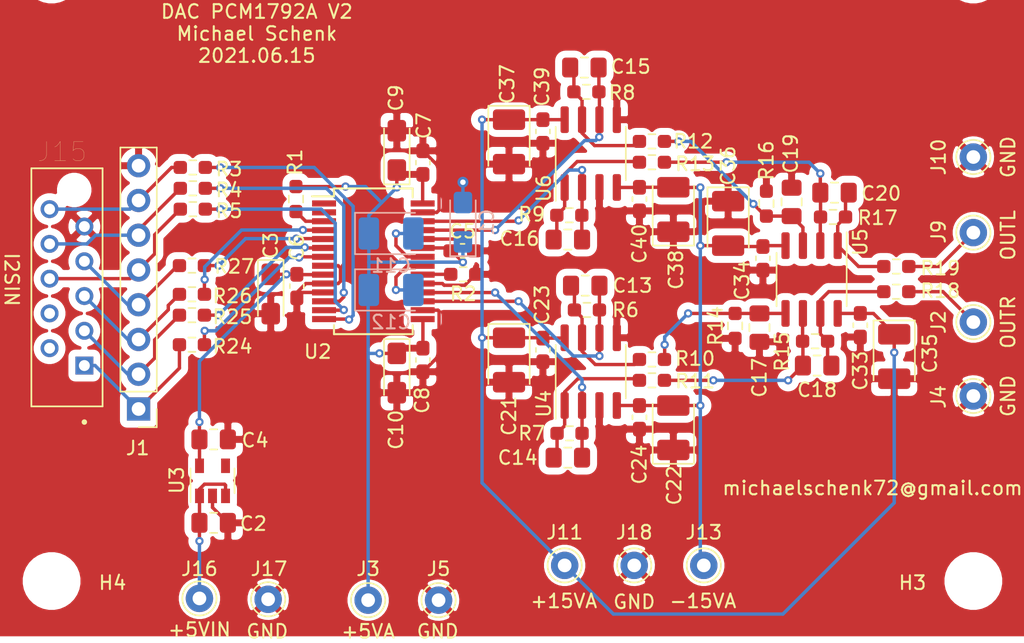
<source format=kicad_pcb>
(kicad_pcb (version 20171130) (host pcbnew "(5.1.10-0-10_14)")
  (layers (0 F.Cu mixed hide) (31 B.Cu mixed hide) (34 B.Paste user hide) (35 F.Paste user hide) (36 B.SilkS user hide) (37 F.SilkS user) (38 B.Mask user hide) (39 F.Mask user hide) (44 Edge.Cuts user hide))
  (net 0 "")
  (net 1 GND)
  (net 2 +3V3)
  (net 3 "Net-(C2-Pad1)")
  (net 4 MCLK)
  (net 5 BCK)
  (net 6 LRCK)
  (net 7 DATAIN)
  (net 8 +5VA)
  (net 9 -15V)
  (net 10 +15V)
  (net 11 "Net-(C20-Pad1)")
  (net 12 "Net-(C11-Pad2)")
  (net 13 "Net-(C12-Pad2)")
  (net 14 "Net-(C13-Pad2)")
  (net 15 "Net-(C13-Pad1)")
  (net 16 "Net-(C14-Pad2)")
  (net 17 "Net-(C14-Pad1)")
  (net 18 "Net-(C15-Pad2)")
  (net 19 "Net-(C15-Pad1)")
  (net 20 "Net-(C16-Pad2)")
  (net 21 "Net-(C16-Pad1)")
  (net 22 "Net-(J1-Pad7)")
  (net 23 "Net-(J1-Pad6)")
  (net 24 "Net-(J1-Pad5)")
  (net 25 "Net-(J2-Pad1)")
  (net 26 "Net-(J9-Pad1)")
  (net 27 "Net-(R1-Pad2)")
  (net 28 "Net-(R2-Pad2)")
  (net 29 RESET)
  (net 30 SCL)
  (net 31 SDA)
  (net 32 "Net-(C17-Pad2)")
  (net 33 "Net-(C18-Pad1)")
  (net 34 "Net-(C19-Pad2)")
  (net 35 "Net-(C18-Pad2)")
  (net 36 "Net-(C20-Pad2)")
  (net 37 "Net-(J1-Pad4)")
  (net 38 "Net-(J1-Pad3)")
  (net 39 "Net-(J1-Pad2)")
  (net 40 "Net-(J1-Pad1)")
  (module Resistor_SMD:R_0603_1608Metric_Pad0.98x0.95mm_HandSolder (layer F.Cu) (at 174.712 87.376 180)
    (fp_text reference R19 (at -3.215 -0.127) (layer F.SilkS))
    (fp_text value 100R/0.1%)
    (pad 2 smd roundrect (at 0.9125 0 180) (size 0.975 0.95) (layers F.Cu F.Paste F.Mask) (net 36 "Net-(C20-Pad2)"))
    (pad 1 smd roundrect (at -0.9125 0 180) (size 0.975 0.95) (layers F.Cu F.Paste F.Mask) (net 26 "Net-(J9-Pad1)"))
  )
  (module Resistor_SMD:R_0603_1608Metric_Pad0.98x0.95mm_HandSolder (layer F.Cu) (at 174.712 89.2175 180)
    (fp_text reference R18 (at -3.215 0.0635) (layer F.SilkS))
    (fp_text value 100R/0.1%)
    (pad 2 smd roundrect (at 0.9125 0 180) (size 0.975 0.95) (layers F.Cu F.Paste F.Mask) (net 35 "Net-(C18-Pad2)"))
    (pad 1 smd roundrect (at -0.9125 0 180) (size 0.975 0.95) (layers F.Cu F.Paste F.Mask) (net 25 "Net-(J2-Pad1)"))
  )
  (module Resistor_SMD:R_0603_1608Metric_Pad0.98x0.95mm_HandSolder (layer F.Cu) (at 170.093 83.7565)
    (fp_text reference R17 (at 3.262 0.0635) (layer F.SilkS))
    (fp_text value 270R/0.1%)
    (pad 2 smd roundrect (at 0.9125 0) (size 0.975 0.95) (layers F.Cu F.Paste F.Mask) (net 36 "Net-(C20-Pad2)"))
    (pad 1 smd roundrect (at -0.9125 0) (size 0.975 0.95) (layers F.Cu F.Paste F.Mask) (net 11 "Net-(C20-Pad1)"))
  )
  (module Resistor_SMD:R_0603_1608Metric_Pad0.98x0.95mm_HandSolder (layer F.Cu) (at 165.227 82.7805 270)
    (fp_text reference R16 (at -3.1515 0 90) (layer F.SilkS))
    (fp_text value 270R/0.1%)
    (pad 2 smd roundrect (at 0.9125 0 270) (size 0.975 0.95) (layers F.Cu F.Paste F.Mask) (net 34 "Net-(C19-Pad2)"))
    (pad 1 smd roundrect (at -0.9125 0 270) (size 0.975 0.95) (layers F.Cu F.Paste F.Mask) (net 1 GND))
  )
  (module Resistor_SMD:R_0603_1608Metric_Pad0.98x0.95mm_HandSolder (layer F.Cu) (at 168.783 92.837)
    (fp_text reference R15 (at -2.413 0.762 90) (layer F.SilkS))
    (fp_text value 270R/0.1%)
    (pad 2 smd roundrect (at 0.9125 0) (size 0.975 0.95) (layers F.Cu F.Paste F.Mask) (net 35 "Net-(C18-Pad2)"))
    (pad 1 smd roundrect (at -0.9125 0) (size 0.975 0.95) (layers F.Cu F.Paste F.Mask) (net 33 "Net-(C18-Pad1)"))
  )
  (module Resistor_SMD:R_0603_1608Metric_Pad0.98x0.95mm_HandSolder (layer F.Cu) (at 162.941 91.7175 90)
    (fp_text reference R14 (at 0 -1.43 90) (layer F.SilkS))
    (fp_text value 270R/0.1%)
    (pad 2 smd roundrect (at 0.9125 0 90) (size 0.975 0.95) (layers F.Cu F.Paste F.Mask) (net 32 "Net-(C17-Pad2)"))
    (pad 1 smd roundrect (at -0.9125 0 90) (size 0.975 0.95) (layers F.Cu F.Paste F.Mask) (net 1 GND))
  )
  (module Resistor_SMD:R_0603_1608Metric_Pad0.98x0.95mm_HandSolder (layer F.Cu) (at 156.8685 79.756 180)
    (fp_text reference R13 (at -3.1515 -0.127) (layer F.SilkS))
    (fp_text value 560R/0.1%)
    (pad 2 smd roundrect (at 0.9125 0 180) (size 0.975 0.95) (layers F.Cu F.Paste F.Mask) (net 21 "Net-(C16-Pad1)"))
    (pad 1 smd roundrect (at -0.9125 0 180) (size 0.975 0.95) (layers F.Cu F.Paste F.Mask) (net 11 "Net-(C20-Pad1)"))
  )
  (module Resistor_SMD:R_0603_1608Metric_Pad0.98x0.95mm_HandSolder (layer F.Cu) (at 156.8685 78.232 180)
    (fp_text reference R12 (at -3.0245 0) (layer F.SilkS))
    (fp_text value 560R/0.1%)
    (pad 2 smd roundrect (at 0.9125 0 180) (size 0.975 0.95) (layers F.Cu F.Paste F.Mask) (net 19 "Net-(C15-Pad1)"))
    (pad 1 smd roundrect (at -0.9125 0 180) (size 0.975 0.95) (layers F.Cu F.Paste F.Mask) (net 34 "Net-(C19-Pad2)"))
  )
  (module Resistor_SMD:R_0603_1608Metric_Pad0.98x0.95mm_HandSolder (layer F.Cu) (at 156.8685 95.6945 180)
    (fp_text reference R11 (at -3.1515 -0.0635) (layer F.SilkS))
    (fp_text value 560R/0.1%)
    (pad 2 smd roundrect (at 0.9125 0 180) (size 0.975 0.95) (layers F.Cu F.Paste F.Mask) (net 17 "Net-(C14-Pad1)"))
    (pad 1 smd roundrect (at -0.9125 0 180) (size 0.975 0.95) (layers F.Cu F.Paste F.Mask) (net 33 "Net-(C18-Pad1)"))
  )
  (module Resistor_SMD:R_0603_1608Metric_Pad0.98x0.95mm_HandSolder (layer F.Cu) (at 156.8685 94.1705 180)
    (fp_text reference R10 (at -3.1515 0.0635) (layer F.SilkS))
    (fp_text value 560R/0.1%)
    (pad 2 smd roundrect (at 0.9125 0 180) (size 0.975 0.95) (layers F.Cu F.Paste F.Mask) (net 15 "Net-(C13-Pad1)"))
    (pad 1 smd roundrect (at -0.9125 0 180) (size 0.975 0.95) (layers F.Cu F.Paste F.Mask) (net 32 "Net-(C17-Pad2)"))
  )
  (module Resistor_SMD:R_0603_1608Metric_Pad0.98x0.95mm_HandSolder (layer F.Cu) (at 150.836 83.6295)
    (fp_text reference R9 (at -2.754 -0.0635) (layer F.SilkS))
    (fp_text value 750R/0.1%)
    (pad 2 smd roundrect (at 0.9125 0) (size 0.975 0.95) (layers F.Cu F.Paste F.Mask) (net 20 "Net-(C16-Pad2)"))
    (pad 1 smd roundrect (at -0.9125 0) (size 0.975 0.95) (layers F.Cu F.Paste F.Mask) (net 21 "Net-(C16-Pad1)"))
  )
  (module Resistor_SMD:R_0603_1608Metric_Pad0.98x0.95mm_HandSolder (layer F.Cu) (at 152.0825 74.6125)
    (fp_text reference R8 (at 2.6035 0.0635) (layer F.SilkS))
    (fp_text value 750R/0.1%)
    (pad 2 smd roundrect (at 0.9125 0) (size 0.975 0.95) (layers F.Cu F.Paste F.Mask) (net 18 "Net-(C15-Pad2)"))
    (pad 1 smd roundrect (at -0.9125 0) (size 0.975 0.95) (layers F.Cu F.Paste F.Mask) (net 19 "Net-(C15-Pad1)"))
  )
  (module Resistor_SMD:R_0603_1608Metric_Pad0.98x0.95mm_HandSolder (layer F.Cu) (at 150.8525 99.568)
    (fp_text reference R7 (at -2.7705 0) (layer F.SilkS))
    (fp_text value 750R/0.1%)
    (pad 2 smd roundrect (at 0.9125 0) (size 0.975 0.95) (layers F.Cu F.Paste F.Mask) (net 16 "Net-(C14-Pad2)"))
    (pad 1 smd roundrect (at -0.9125 0) (size 0.975 0.95) (layers F.Cu F.Paste F.Mask) (net 17 "Net-(C14-Pad1)"))
  )
  (module Resistor_SMD:R_0603_1608Metric_Pad0.98x0.95mm_HandSolder (layer F.Cu) (at 152.1225 90.551)
    (fp_text reference R6 (at 2.8175 0) (layer F.SilkS))
    (fp_text value 750R/0.1%)
    (pad 2 smd roundrect (at 0.9125 0) (size 0.975 0.95) (layers F.Cu F.Paste F.Mask) (net 14 "Net-(C13-Pad2)"))
    (pad 1 smd roundrect (at -0.9125 0) (size 0.975 0.95) (layers F.Cu F.Paste F.Mask) (net 15 "Net-(C13-Pad1)"))
  )
  (module Capacitor_SMD:C_0805_2012Metric_Pad1.18x1.45mm_HandSolder (layer F.Cu) (at 170.2015 81.9785)
    (fp_text reference C20 (at 3.4075 0.0635) (layer F.SilkS))
    (fp_text value 2700pF/2%)
    (pad 2 smd roundrect (at 1.0375 0) (size 1.175 1.45) (layers F.Cu F.Paste F.Mask) (roundrect_rratio 0.212766) (net 36 "Net-(C20-Pad2)"))
    (pad 1 smd roundrect (at -1.0375 0) (size 1.175 1.45) (layers F.Cu F.Paste F.Mask) (roundrect_rratio 0.212766) (net 11 "Net-(C20-Pad1)"))
  )
  (module Capacitor_SMD:C_0805_2012Metric_Pad1.18x1.45mm_HandSolder (layer F.Cu) (at 167.0685 82.6555 270)
    (fp_text reference C19 (at -3.5345 0.0635 90) (layer F.SilkS))
    (fp_text value 2700pF/2%)
    (pad 2 smd roundrect (at 1.0375 0 270) (size 1.175 1.45) (layers F.Cu F.Paste F.Mask) (roundrect_rratio 0.212766) (net 34 "Net-(C19-Pad2)"))
    (pad 1 smd roundrect (at -1.0375 0 270) (size 1.175 1.45) (layers F.Cu F.Paste F.Mask) (roundrect_rratio 0.212766) (net 1 GND))
  )
  (module Capacitor_SMD:C_0805_2012Metric_Pad1.18x1.45mm_HandSolder (layer F.Cu) (at 168.9315 94.615)
    (fp_text reference C18 (at 0 1.778) (layer F.SilkS))
    (fp_text value 2700pF/2%)
    (pad 2 smd roundrect (at 1.0375 0) (size 1.175 1.45) (layers F.Cu F.Paste F.Mask) (roundrect_rratio 0.212766) (net 35 "Net-(C18-Pad2)"))
    (pad 1 smd roundrect (at -1.0375 0) (size 1.175 1.45) (layers F.Cu F.Paste F.Mask) (roundrect_rratio 0.212766) (net 33 "Net-(C18-Pad1)"))
  )
  (module Capacitor_SMD:C_0805_2012Metric_Pad1.18x1.45mm_HandSolder (layer F.Cu) (at 164.719 91.8425 90)
    (fp_text reference C17 (at -3.6615 0 90) (layer F.SilkS))
    (fp_text value 2700pF/2%)
    (pad 2 smd roundrect (at 1.0375 0 90) (size 1.175 1.45) (layers F.Cu F.Paste F.Mask) (roundrect_rratio 0.212766) (net 32 "Net-(C17-Pad2)"))
    (pad 1 smd roundrect (at -1.0375 0 90) (size 1.175 1.45) (layers F.Cu F.Paste F.Mask) (roundrect_rratio 0.212766) (net 1 GND))
  )
  (module Connector_Pin:Pin_D1.0mm_L10.0mm (layer F.Cu) (at 141.2875 111.76)
    (fp_text reference J5 (at 0 -2.286) (layer F.SilkS))
    (fp_text value +5VAGND)
    (pad 1 thru_hole circle (at 0 0) (size 2 2) (drill 1) (layers *.Cu *.Mask) (net 1 GND))
  )
  (module Package_SO:SOIC-8_3.9x4.9mm_P1.27mm (layer F.Cu) (at 168.529 88.3285 270)
    (fp_text reference U5 (at -2.7305 -3.556 90) (layer F.SilkS))
    (fp_text value OPA1612)
    (pad 8 smd roundrect (at 2.475 -1.905 270) (size 1.95 0.6) (layers F.Cu F.Paste F.Mask) (net 10 +15V))
    (pad 7 smd roundrect (at 2.475 -0.635 270) (size 1.95 0.6) (layers F.Cu F.Paste F.Mask) (net 35 "Net-(C18-Pad2)"))
    (pad 6 smd roundrect (at 2.475 0.635 270) (size 1.95 0.6) (layers F.Cu F.Paste F.Mask) (net 33 "Net-(C18-Pad1)"))
    (pad 5 smd roundrect (at 2.475 1.905 270) (size 1.95 0.6) (layers F.Cu F.Paste F.Mask) (net 32 "Net-(C17-Pad2)"))
    (pad 4 smd roundrect (at -2.475 1.905 270) (size 1.95 0.6) (layers F.Cu F.Paste F.Mask) (net 9 -15V))
    (pad 3 smd roundrect (at -2.475 0.635 270) (size 1.95 0.6) (layers F.Cu F.Paste F.Mask) (net 34 "Net-(C19-Pad2)"))
    (pad 2 smd roundrect (at -2.475 -0.635 270) (size 1.95 0.6) (layers F.Cu F.Paste F.Mask) (net 11 "Net-(C20-Pad1)"))
    (pad 1 smd roundrect (at -2.475 -1.905 270) (size 1.95 0.6) (layers F.Cu F.Paste F.Mask) (net 36 "Net-(C20-Pad2)"))
  )
  (module Package_SO:SOIC-8_3.9x4.9mm_P1.27mm (layer F.Cu) (at 152.4 95.0595 90)
    (fp_text reference U4 (at -2.3495 -3.429 90) (layer F.SilkS))
    (fp_text value OPA1612)
    (pad 8 smd roundrect (at 2.475 -1.905 90) (size 1.95 0.6) (layers F.Cu F.Paste F.Mask) (net 10 +15V))
    (pad 7 smd roundrect (at 2.475 -0.635 90) (size 1.95 0.6) (layers F.Cu F.Paste F.Mask) (net 15 "Net-(C13-Pad1)"))
    (pad 6 smd roundrect (at 2.475 0.635 90) (size 1.95 0.6) (layers F.Cu F.Paste F.Mask) (net 14 "Net-(C13-Pad2)"))
    (pad 5 smd roundrect (at 2.475 1.905 90) (size 1.95 0.6) (layers F.Cu F.Paste F.Mask) (net 1 GND))
    (pad 4 smd roundrect (at -2.475 1.905 90) (size 1.95 0.6) (layers F.Cu F.Paste F.Mask) (net 9 -15V))
    (pad 3 smd roundrect (at -2.475 0.635 90) (size 1.95 0.6) (layers F.Cu F.Paste F.Mask) (net 1 GND))
    (pad 2 smd roundrect (at -2.475 -0.635 90) (size 1.95 0.6) (layers F.Cu F.Paste F.Mask) (net 16 "Net-(C14-Pad2)"))
    (pad 1 smd roundrect (at -2.475 -1.905 90) (size 1.95 0.6) (layers F.Cu F.Paste F.Mask) (net 17 "Net-(C14-Pad1)"))
  )
  (module Package_SO:SSOP-28_5.3x10.2mm_P0.65mm (layer F.Cu) (at 136.525 86.995)
    (fp_text reference U2 (at -4.064 6.604) (layer F.SilkS))
    (fp_text value PCM1792A)
    (pad 28 smd rect (at 3.6 -4.225) (size 1.75 0.45) (layers F.Cu F.Paste F.Mask) (net 8 +5VA))
    (pad 27 smd rect (at 3.6 -3.575) (size 1.75 0.45) (layers F.Cu F.Paste F.Mask) (net 1 GND))
    (pad 26 smd rect (at 3.6 -2.925) (size 1.75 0.45) (layers F.Cu F.Paste F.Mask) (net 20 "Net-(C16-Pad2)"))
    (pad 25 smd rect (at 3.6 -2.275) (size 1.75 0.45) (layers F.Cu F.Paste F.Mask) (net 18 "Net-(C15-Pad2)"))
    (pad 24 smd rect (at 3.6 -1.625) (size 1.75 0.45) (layers F.Cu F.Paste F.Mask) (net 1 GND))
    (pad 23 smd rect (at 3.6 -0.975) (size 1.75 0.45) (layers F.Cu F.Paste F.Mask) (net 8 +5VA))
    (pad 22 smd rect (at 3.6 -0.325) (size 1.75 0.45) (layers F.Cu F.Paste F.Mask) (net 12 "Net-(C11-Pad2)"))
    (pad 21 smd rect (at 3.6 0.325) (size 1.75 0.45) (layers F.Cu F.Paste F.Mask) (net 13 "Net-(C12-Pad2)"))
    (pad 20 smd rect (at 3.6 0.975) (size 1.75 0.45) (layers F.Cu F.Paste F.Mask) (net 28 "Net-(R2-Pad2)"))
    (pad 19 smd rect (at 3.6 1.625) (size 1.75 0.45) (layers F.Cu F.Paste F.Mask) (net 1 GND))
    (pad 18 smd rect (at 3.6 2.275) (size 1.75 0.45) (layers F.Cu F.Paste F.Mask) (net 16 "Net-(C14-Pad2)"))
    (pad 17 smd rect (at 3.6 2.925) (size 1.75 0.45) (layers F.Cu F.Paste F.Mask) (net 14 "Net-(C13-Pad2)"))
    (pad 16 smd rect (at 3.6 3.575) (size 1.75 0.45) (layers F.Cu F.Paste F.Mask) (net 1 GND))
    (pad 15 smd rect (at 3.6 4.225) (size 1.75 0.45) (layers F.Cu F.Paste F.Mask) (net 8 +5VA))
    (pad 14 smd rect (at -3.6 4.225) (size 1.75 0.45) (layers F.Cu F.Paste F.Mask) (net 29 RESET))
    (pad 13 smd rect (at -3.6 3.575) (size 1.75 0.45) (layers F.Cu F.Paste F.Mask) (net 31 SDA))
    (pad 12 smd rect (at -3.6 2.925) (size 1.75 0.45) (layers F.Cu F.Paste F.Mask) (net 30 SCL))
    (pad 11 smd rect (at -3.6 2.275) (size 1.75 0.45) (layers F.Cu F.Paste F.Mask) (net 1 GND))
    (pad 10 smd rect (at -3.6 1.625) (size 1.75 0.45) (layers F.Cu F.Paste F.Mask) (net 1 GND))
    (pad 9 smd rect (at -3.6 0.975) (size 1.75 0.45) (layers F.Cu F.Paste F.Mask) (net 2 +3V3))
    (pad 8 smd rect (at -3.6 0.325) (size 1.75 0.45) (layers F.Cu F.Paste F.Mask) (net 1 GND))
    (pad 7 smd rect (at -3.6 -0.325) (size 1.75 0.45) (layers F.Cu F.Paste F.Mask) (net 4 MCLK))
    (pad 6 smd rect (at -3.6 -0.975) (size 1.75 0.45) (layers F.Cu F.Paste F.Mask) (net 5 BCK))
    (pad 5 smd rect (at -3.6 -1.625) (size 1.75 0.45) (layers F.Cu F.Paste F.Mask) (net 7 DATAIN))
    (pad 4 smd rect (at -3.6 -2.275) (size 1.75 0.45) (layers F.Cu F.Paste F.Mask) (net 6 LRCK))
    (pad 3 smd rect (at -3.6 -2.925) (size 1.75 0.45) (layers F.Cu F.Paste F.Mask) (net 27 "Net-(R1-Pad2)"))
    (pad 2 smd rect (at -3.6 -3.575) (size 1.75 0.45) (layers F.Cu F.Paste F.Mask))
    (pad 1 smd rect (at -3.6 -4.225) (size 1.75 0.45) (layers F.Cu F.Paste F.Mask))
  )
  (module Resistor_SMD:R_0603_1608Metric_Pad0.98x0.95mm_HandSolder (layer F.Cu) (at 123.3405 83.185 180)
    (fp_text reference R5 (at -2.6435 -0.127) (layer F.SilkS))
    (fp_text value 33R)
    (pad 2 smd roundrect (at 0.9125 0 180) (size 0.975 0.95) (layers F.Cu F.Paste F.Mask) (net 24 "Net-(J1-Pad5)"))
    (pad 1 smd roundrect (at -0.9125 0 180) (size 0.975 0.95) (layers F.Cu F.Paste F.Mask) (net 31 SDA))
  )
  (module Resistor_SMD:R_0603_1608Metric_Pad0.98x0.95mm_HandSolder (layer F.Cu) (at 123.3405 81.661 180)
    (fp_text reference R4 (at -2.6435 -0.127) (layer F.SilkS))
    (fp_text value 33R)
    (pad 2 smd roundrect (at 0.9125 0 180) (size 0.975 0.95) (layers F.Cu F.Paste F.Mask) (net 23 "Net-(J1-Pad6)"))
    (pad 1 smd roundrect (at -0.9125 0 180) (size 0.975 0.95) (layers F.Cu F.Paste F.Mask) (net 30 SCL))
  )
  (module Resistor_SMD:R_0603_1608Metric_Pad0.98x0.95mm_HandSolder (layer F.Cu) (at 123.3405 80.137 180)
    (fp_text reference R3 (at -2.6435 -0.127) (layer F.SilkS))
    (fp_text value 33R)
    (pad 2 smd roundrect (at 0.9125 0 180) (size 0.975 0.95) (layers F.Cu F.Paste F.Mask) (net 22 "Net-(J1-Pad7)"))
    (pad 1 smd roundrect (at -0.9125 0 180) (size 0.975 0.95) (layers F.Cu F.Paste F.Mask) (net 29 RESET))
  )
  (module Resistor_SMD:R_0603_1608Metric_Pad0.98x0.95mm_HandSolder (layer F.Cu) (at 143.089 87.9475 180)
    (fp_text reference R2 (at 0 -1.43) (layer F.SilkS))
    (fp_text value 10k)
    (pad 2 smd roundrect (at 0.9125 0 180) (size 0.975 0.95) (layers F.Cu F.Paste F.Mask) (net 28 "Net-(R2-Pad2)"))
    (pad 1 smd roundrect (at -0.9125 0 180) (size 0.975 0.95) (layers F.Cu F.Paste F.Mask) (net 1 GND))
  )
  (module Resistor_SMD:R_0603_1608Metric_Pad0.98x0.95mm_HandSolder (layer F.Cu) (at 130.8735 82.4465 270)
    (fp_text reference R1 (at -2.6905 0.0635 90) (layer F.SilkS))
    (fp_text value 4k7)
    (pad 2 smd roundrect (at 0.9125 0 270) (size 0.975 0.95) (layers F.Cu F.Paste F.Mask) (net 27 "Net-(R1-Pad2)"))
    (pad 1 smd roundrect (at -0.9125 0 270) (size 0.975 0.95) (layers F.Cu F.Paste F.Mask) (net 8 +5VA))
  )
  (module Connector_Pin:Pin_D1.0mm_L10.0mm (layer F.Cu) (at 180.34 96.8375)
    (fp_text reference J4 (at -2.54 0.0635 90) (layer F.SilkS))
    (fp_text value GNDR)
    (pad 1 thru_hole circle (at 0 0) (size 2 2) (drill 1) (layers *.Cu *.Mask) (net 1 GND))
  )
  (module Connector_Pin:Pin_D1.0mm_L10.0mm (layer F.Cu) (at 180.34 91.44)
    (fp_text reference J2 (at -2.54 0 90) (layer F.SilkS))
    (fp_text value OUTR)
    (pad 1 thru_hole circle (at 0 0) (size 2 2) (drill 1) (layers *.Cu *.Mask) (net 25 "Net-(J2-Pad1)"))
  )
  (module Connector_PinHeader_2.54mm:PinHeader_1x08_P2.54mm_Vertical (layer F.Cu) (at 119.38 97.79 180)
    (fp_text reference J1 (at 0.0635 -2.8575) (layer F.SilkS))
    (fp_text value DEBUG)
    (pad 8 thru_hole oval (at 0 17.78 180) (size 1.7 1.7) (drill 1) (layers *.Cu *.Mask) (net 1 GND))
    (pad 7 thru_hole oval (at 0 15.24 180) (size 1.7 1.7) (drill 1) (layers *.Cu *.Mask) (net 22 "Net-(J1-Pad7)"))
    (pad 6 thru_hole oval (at 0 12.7 180) (size 1.7 1.7) (drill 1) (layers *.Cu *.Mask) (net 23 "Net-(J1-Pad6)"))
    (pad 5 thru_hole oval (at 0 10.16 180) (size 1.7 1.7) (drill 1) (layers *.Cu *.Mask) (net 24 "Net-(J1-Pad5)"))
    (pad 4 thru_hole oval (at 0 7.62 180) (size 1.7 1.7) (drill 1) (layers *.Cu *.Mask) (net 37 "Net-(J1-Pad4)"))
    (pad 3 thru_hole oval (at 0 5.08 180) (size 1.7 1.7) (drill 1) (layers *.Cu *.Mask) (net 38 "Net-(J1-Pad3)"))
    (pad 2 thru_hole oval (at 0 2.54 180) (size 1.7 1.7) (drill 1) (layers *.Cu *.Mask) (net 39 "Net-(J1-Pad2)"))
    (pad 1 thru_hole rect (at 0 0 180) (size 1.7 1.7) (drill 1) (layers *.Cu *.Mask) (net 40 "Net-(J1-Pad1)"))
  )
  (module Capacitor_SMD:C_0603_1608Metric_Pad1.08x0.95mm_HandSolder (layer F.Cu) (at 155.956 98.3985 90)
    (fp_text reference C24 (at -3.4555 0 90) (layer F.SilkS))
    (fp_text value 100nF)
    (pad 2 smd roundrect (at 0.8625 0 90) (size 1.075 0.95) (layers F.Cu F.Paste F.Mask) (net 9 -15V))
    (pad 1 smd roundrect (at -0.8625 0 90) (size 1.075 0.95) (layers F.Cu F.Paste F.Mask) (net 1 GND))
  )
  (module Capacitor_SMD:C_0603_1608Metric_Pad1.08x0.95mm_HandSolder (layer F.Cu) (at 148.9075 93.472 270)
    (fp_text reference C23 (at -3.302 0.0635 270) (layer F.SilkS))
    (fp_text value 100nF)
    (pad 2 smd roundrect (at 0.8625 0 270) (size 1.075 0.95) (layers F.Cu F.Paste F.Mask) (net 1 GND))
    (pad 1 smd roundrect (at -0.8625 0 270) (size 1.075 0.95) (layers F.Cu F.Paste F.Mask) (net 10 +15V))
  )
  (module Capacitor_Tantalum_SMD:CP_EIA-3528-21_Kemet-B_Pad1.50x2.35mm_HandSolder (layer F.Cu) (at 158.4325 99.161 90)
    (fp_text reference C22 (at -4.217 0.0635 90) (layer F.SilkS))
    (fp_text value 10uF/25V)
    (pad 2 smd roundrect (at 1.625 0 90) (size 1.5 2.35) (layers F.Cu F.Paste F.Mask) (roundrect_rratio 0.166667) (net 9 -15V))
    (pad 1 smd roundrect (at -1.625 0 90) (size 1.5 2.35) (layers F.Cu F.Paste F.Mask) (roundrect_rratio 0.166667) (net 1 GND))
  )
  (module Capacitor_Tantalum_SMD:CP_EIA-3528-21_Kemet-B_Pad1.50x2.35mm_HandSolder (layer F.Cu) (at 146.431 94.208 270)
    (fp_text reference C21 (at 4.09 0 270) (layer F.SilkS))
    (fp_text value 10uF/25V)
    (pad 2 smd roundrect (at 1.625 0 270) (size 1.5 2.35) (layers F.Cu F.Paste F.Mask) (roundrect_rratio 0.166667) (net 1 GND))
    (pad 1 smd roundrect (at -1.625 0 270) (size 1.5 2.35) (layers F.Cu F.Paste F.Mask) (roundrect_rratio 0.166667) (net 10 +15V))
  )
  (module Capacitor_SMD:C_0805_2012Metric_Pad1.18x1.45mm_HandSolder (layer F.Cu) (at 150.7275 85.4075)
    (fp_text reference C16 (at -3.5345 -0.0635) (layer F.SilkS))
    (fp_text value 2200pF/2%)
    (pad 2 smd roundrect (at 1.0375 0) (size 1.175 1.45) (layers F.Cu F.Paste F.Mask) (roundrect_rratio 0.212766) (net 20 "Net-(C16-Pad2)"))
    (pad 1 smd roundrect (at -1.0375 0) (size 1.175 1.45) (layers F.Cu F.Paste F.Mask) (roundrect_rratio 0.212766) (net 21 "Net-(C16-Pad1)"))
  )
  (module Capacitor_SMD:C_0805_2012Metric_Pad1.18x1.45mm_HandSolder (layer F.Cu) (at 151.934 72.8345)
    (fp_text reference C15 (at 3.387 -0.0635) (layer F.SilkS))
    (fp_text value 2200pF/2%)
    (pad 2 smd roundrect (at 1.0375 0) (size 1.175 1.45) (layers F.Cu F.Paste F.Mask) (roundrect_rratio 0.212766) (net 18 "Net-(C15-Pad2)"))
    (pad 1 smd roundrect (at -1.0375 0) (size 1.175 1.45) (layers F.Cu F.Paste F.Mask) (roundrect_rratio 0.212766) (net 19 "Net-(C15-Pad1)"))
  )
  (module Capacitor_SMD:C_0805_2012Metric_Pad1.18x1.45mm_HandSolder (layer F.Cu) (at 150.7275 101.346)
    (fp_text reference C14 (at -3.6615 0) (layer F.SilkS))
    (fp_text value 2200pF/2%)
    (pad 2 smd roundrect (at 1.0375 0) (size 1.175 1.45) (layers F.Cu F.Paste F.Mask) (roundrect_rratio 0.212766) (net 16 "Net-(C14-Pad2)"))
    (pad 1 smd roundrect (at -1.0375 0) (size 1.175 1.45) (layers F.Cu F.Paste F.Mask) (roundrect_rratio 0.212766) (net 17 "Net-(C14-Pad1)"))
  )
  (module Capacitor_SMD:C_0805_2012Metric_Pad1.18x1.45mm_HandSolder (layer F.Cu) (at 151.9975 88.773)
    (fp_text reference C13 (at 3.4505 0) (layer F.SilkS))
    (fp_text value 2200pF/2%)
    (pad 2 smd roundrect (at 1.0375 0) (size 1.175 1.45) (layers F.Cu F.Paste F.Mask) (roundrect_rratio 0.212766) (net 14 "Net-(C13-Pad2)"))
    (pad 1 smd roundrect (at -1.0375 0) (size 1.175 1.45) (layers F.Cu F.Paste F.Mask) (roundrect_rratio 0.212766) (net 15 "Net-(C13-Pad1)"))
  )
  (module Capacitor_Tantalum_SMD:CP_EIA-3528-12_Kemet-T_Pad1.50x2.35mm_HandSolder (layer B.Cu) (at 137.821 89.0905)
    (fp_text reference C12 (at 0 2.35) (layer B.SilkS) (effects (justify mirror)))
    (fp_text value 47uF/10V)
    (pad 2 smd roundrect (at 1.625 0) (size 1.5 2.35) (layers B.Cu B.Paste B.Mask) (roundrect_rratio 0.166667) (net 13 "Net-(C12-Pad2)"))
    (pad 1 smd roundrect (at -1.625 0) (size 1.5 2.35) (layers B.Cu B.Paste B.Mask) (roundrect_rratio 0.166667) (net 8 +5VA))
  )
  (module Capacitor_Tantalum_SMD:CP_EIA-3528-12_Kemet-T_Pad1.50x2.35mm_HandSolder (layer B.Cu) (at 137.821 84.963)
    (fp_text reference C11 (at 0 2.35 180) (layer B.SilkS) (effects (justify mirror)))
    (fp_text value 47uF/10V)
    (pad 2 smd roundrect (at 1.625 0) (size 1.5 2.35) (layers B.Cu B.Paste B.Mask) (roundrect_rratio 0.166667) (net 12 "Net-(C11-Pad2)"))
    (pad 1 smd roundrect (at -1.625 0) (size 1.5 2.35) (layers B.Cu B.Paste B.Mask) (roundrect_rratio 0.166667) (net 8 +5VA))
  )
  (module Capacitor_Tantalum_SMD:CP_EIA-3216-18_Kemet-A_Pad1.58x1.35mm_HandSolder (layer F.Cu) (at 138.2395 95.1635 270)
    (fp_text reference C10 (at 4.1505 0.0635 270) (layer F.SilkS))
    (fp_text value 10uF/10V)
    (pad 2 smd roundrect (at 1.4375 0 270) (size 1.575 1.35) (layers F.Cu F.Paste F.Mask) (roundrect_rratio 0.185185) (net 1 GND))
    (pad 1 smd roundrect (at -1.4375 0 270) (size 1.575 1.35) (layers F.Cu F.Paste F.Mask) (roundrect_rratio 0.185185) (net 8 +5VA))
  )
  (module Capacitor_Tantalum_SMD:CP_EIA-3216-18_Kemet-A_Pad1.58x1.35mm_HandSolder (layer F.Cu) (at 138.2395 78.89 90)
    (fp_text reference C9 (at 3.833 -0.0635 90) (layer F.SilkS))
    (fp_text value 10uF/10V)
    (pad 2 smd roundrect (at 1.4375 0 90) (size 1.575 1.35) (layers F.Cu F.Paste F.Mask) (roundrect_rratio 0.185185) (net 1 GND))
    (pad 1 smd roundrect (at -1.4375 0 90) (size 1.575 1.35) (layers F.Cu F.Paste F.Mask) (roundrect_rratio 0.185185) (net 8 +5VA))
  )
  (module Capacitor_SMD:C_0603_1608Metric_Pad1.08x0.95mm_HandSolder (layer F.Cu) (at 140.1445 94.2075 270)
    (fp_text reference C8 (at 2.9475 0.0635 270) (layer F.SilkS))
    (fp_text value 100nF)
    (pad 2 smd roundrect (at 0.8625 0 270) (size 1.075 0.95) (layers F.Cu F.Paste F.Mask) (net 1 GND))
    (pad 1 smd roundrect (at -0.8625 0 270) (size 1.075 0.95) (layers F.Cu F.Paste F.Mask) (net 8 +5VA))
  )
  (module Capacitor_SMD:C_0603_1608Metric_Pad1.08x0.95mm_HandSolder (layer F.Cu) (at 140.1445 79.7825 90)
    (fp_text reference C7 (at 2.6935 0.0635 90) (layer F.SilkS))
    (fp_text value 100nF)
    (pad 2 smd roundrect (at 0.8625 0 90) (size 1.075 0.95) (layers F.Cu F.Paste F.Mask) (net 1 GND))
    (pad 1 smd roundrect (at -0.8625 0 90) (size 1.075 0.95) (layers F.Cu F.Paste F.Mask) (net 8 +5VA))
  )
  (module Capacitor_SMD:C_0603_1608Metric_Pad1.08x0.95mm_HandSolder (layer F.Cu) (at 130.937 88.81 270)
    (fp_text reference C6 (at -2.831 0 270) (layer F.SilkS))
    (fp_text value 100nF)
    (pad 2 smd roundrect (at 0.8625 0 270) (size 1.075 0.95) (layers F.Cu F.Paste F.Mask) (net 1 GND))
    (pad 1 smd roundrect (at -0.8625 0 270) (size 1.075 0.95) (layers F.Cu F.Paste F.Mask) (net 2 +3V3))
  )
  (module Capacitor_SMD:C_0603_1608Metric_Pad1.08x0.95mm_HandSolder (layer F.Cu) (at 143.039 86.233)
    (fp_text reference C5 (at 0 -1.43) (layer F.SilkS))
    (fp_text value 100nF)
    (pad 2 smd roundrect (at 0.8625 0) (size 1.075 0.95) (layers F.Cu F.Paste F.Mask) (net 1 GND))
    (pad 1 smd roundrect (at -0.8625 0) (size 1.075 0.95) (layers F.Cu F.Paste F.Mask) (net 8 +5VA))
  )
  (module Capacitor_Tantalum_SMD:CP_EIA-3216-18_Kemet-A_Pad1.58x1.35mm_HandSolder (layer F.Cu) (at 129.032 89.385 270)
    (fp_text reference C3 (at -3.533 0 270) (layer F.SilkS))
    (fp_text value 10uF/10V)
    (pad 2 smd roundrect (at 1.4375 0 270) (size 1.575 1.35) (layers F.Cu F.Paste F.Mask) (roundrect_rratio 0.185185) (net 1 GND))
    (pad 1 smd roundrect (at -1.4375 0 270) (size 1.575 1.35) (layers F.Cu F.Paste F.Mask) (roundrect_rratio 0.185185) (net 2 +3V3))
  )
  (module Capacitor_Tantalum_SMD:CP_EIA-3216-18_Kemet-A_Pad1.58x1.35mm_HandSolder (layer B.Cu) (at 143.0655 84.1375 90)
    (fp_text reference C1 (at 0 1.75 90) (layer B.SilkS) (effects (justify mirror)))
    (fp_text value 10uF/10V)
    (pad 2 smd roundrect (at 1.4375 0 90) (size 1.575 1.35) (layers B.Cu B.Paste B.Mask) (roundrect_rratio 0.185185) (net 1 GND))
    (pad 1 smd roundrect (at -1.4375 0 90) (size 1.575 1.35) (layers B.Cu B.Paste B.Mask) (roundrect_rratio 0.185185) (net 8 +5VA))
  )
  (module kicad-snk:TE_CONN_RCPT_10POS_0.1_TIN_PCB (layer F.Cu) (at 115.421 94.615 90)
    (fp_text reference J15 (at 15.624 -1.629 180) (layer F.SilkS) (effects (font (size 1.40137 1.40137) (thickness 0.015))))
    (fp_text value A)
    (pad 1 thru_hole rect (at 0 0 90) (size 1.308 1.308) (drill 0.8) (layers *.Cu *.Mask) (net 40 "Net-(J1-Pad1)"))
    (pad 2 thru_hole circle (at 1.27 -2.54 90) (size 1.308 1.308) (drill 0.8) (layers *.Cu *.Mask))
    (pad 3 thru_hole circle (at 2.54 0 90) (size 1.308 1.308) (drill 0.8) (layers *.Cu *.Mask) (net 39 "Net-(J1-Pad2)"))
    (pad 4 thru_hole circle (at 3.81 -2.54 90) (size 1.308 1.308) (drill 0.8) (layers *.Cu *.Mask))
    (pad 5 thru_hole circle (at 5.08 0 90) (size 1.308 1.308) (drill 0.8) (layers *.Cu *.Mask) (net 38 "Net-(J1-Pad3)"))
    (pad 6 thru_hole circle (at 6.35 -2.54 90) (size 1.308 1.308) (drill 0.8) (layers *.Cu *.Mask) (net 24 "Net-(J1-Pad5)"))
    (pad 7 thru_hole circle (at 7.62 0 90) (size 1.308 1.308) (drill 0.8) (layers *.Cu *.Mask) (net 37 "Net-(J1-Pad4)"))
    (pad 8 thru_hole circle (at 8.89 -2.54 90) (size 1.308 1.308) (drill 0.8) (layers *.Cu *.Mask) (net 23 "Net-(J1-Pad6)"))
    (pad 9 thru_hole circle (at 10.16 0 90) (size 1.308 1.308) (drill 0.8) (layers *.Cu *.Mask) (net 1 GND))
    (pad 10 thru_hole circle (at 11.43 -2.54 90) (size 1.308 1.308) (drill 0.8) (layers *.Cu *.Mask) (net 22 "Net-(J1-Pad7)"))
    (pad None np_thru_hole circle (at 12.83 -0.74 90) (size 1.5 1.5) (drill 1.5) (layers *.Cu *.Mask))
  )
  (module Package_SO:SOIC-8_3.9x4.9mm_P1.27mm (layer F.Cu) (at 152.4 79.1225 90)
    (fp_text reference U6 (at -2.5385 -3.429 90) (layer F.SilkS))
    (fp_text value OPA1612)
    (pad 8 smd roundrect (at 2.475 -1.905 90) (size 1.95 0.6) (layers F.Cu F.Paste F.Mask) (net 10 +15V))
    (pad 7 smd roundrect (at 2.475 -0.635 90) (size 1.95 0.6) (layers F.Cu F.Paste F.Mask) (net 19 "Net-(C15-Pad1)"))
    (pad 6 smd roundrect (at 2.475 0.635 90) (size 1.95 0.6) (layers F.Cu F.Paste F.Mask) (net 18 "Net-(C15-Pad2)"))
    (pad 5 smd roundrect (at 2.475 1.905 90) (size 1.95 0.6) (layers F.Cu F.Paste F.Mask) (net 1 GND))
    (pad 4 smd roundrect (at -2.475 1.905 90) (size 1.95 0.6) (layers F.Cu F.Paste F.Mask) (net 9 -15V))
    (pad 3 smd roundrect (at -2.475 0.635 90) (size 1.95 0.6) (layers F.Cu F.Paste F.Mask) (net 1 GND))
    (pad 2 smd roundrect (at -2.475 -0.635 90) (size 1.95 0.6) (layers F.Cu F.Paste F.Mask) (net 20 "Net-(C16-Pad2)"))
    (pad 1 smd roundrect (at -2.475 -1.905 90) (size 1.95 0.6) (layers F.Cu F.Paste F.Mask) (net 21 "Net-(C16-Pad1)"))
  )
  (module Capacitor_SMD:C_0603_1608Metric_Pad1.08x0.95mm_HandSolder (layer F.Cu) (at 155.956 82.4495 90)
    (fp_text reference C40 (at -3.265 0 90) (layer F.SilkS))
    (fp_text value 100nF)
    (pad 2 smd roundrect (at 0.8625 0 90) (size 1.075 0.95) (layers F.Cu F.Paste F.Mask) (net 9 -15V))
    (pad 1 smd roundrect (at -0.8625 0 90) (size 1.075 0.95) (layers F.Cu F.Paste F.Mask) (net 1 GND))
  )
  (module Capacitor_SMD:C_0603_1608Metric_Pad1.08x0.95mm_HandSolder (layer F.Cu) (at 148.9075 77.507 270)
    (fp_text reference C39 (at -3.2755 0.0635 90) (layer F.SilkS))
    (fp_text value 100nF)
    (pad 2 smd roundrect (at 0.8625 0 270) (size 1.075 0.95) (layers F.Cu F.Paste F.Mask) (net 1 GND))
    (pad 1 smd roundrect (at -0.8625 0 270) (size 1.075 0.95) (layers F.Cu F.Paste F.Mask) (net 10 +15V))
  )
  (module Capacitor_Tantalum_SMD:CP_EIA-3528-21_Kemet-B_Pad1.50x2.35mm_HandSolder (layer F.Cu) (at 158.4325 83.211 90)
    (fp_text reference C38 (at -4.4075 0.1905 90) (layer F.SilkS))
    (fp_text value 10uF/25V)
    (pad 2 smd roundrect (at 1.625 0 90) (size 1.5 2.35) (layers F.Cu F.Paste F.Mask) (roundrect_rratio 0.166667) (net 9 -15V))
    (pad 1 smd roundrect (at -1.625 0 90) (size 1.5 2.35) (layers F.Cu F.Paste F.Mask) (roundrect_rratio 0.166667) (net 1 GND))
  )
  (module Capacitor_Tantalum_SMD:CP_EIA-3528-21_Kemet-B_Pad1.50x2.35mm_HandSolder (layer F.Cu) (at 146.431 78.2695 270)
    (fp_text reference C37 (at -4.2285 0.127 90) (layer F.SilkS))
    (fp_text value 10uF/25V)
    (pad 2 smd roundrect (at 1.625 0 270) (size 1.5 2.35) (layers F.Cu F.Paste F.Mask) (roundrect_rratio 0.166667) (net 1 GND))
    (pad 1 smd roundrect (at -1.625 0 270) (size 1.5 2.35) (layers F.Cu F.Paste F.Mask) (roundrect_rratio 0.166667) (net 10 +15V))
  )
  (module Capacitor_SMD:C_0603_1608Metric_Pad1.08x0.95mm_HandSolder (layer F.Cu) (at 164.973 86.778 90)
    (fp_text reference C34 (at -1.614 -1.524 90) (layer F.SilkS))
    (fp_text value 100nF)
    (pad 2 smd roundrect (at 0.8625 0 90) (size 1.075 0.95) (layers F.Cu F.Paste F.Mask) (net 9 -15V))
    (pad 1 smd roundrect (at -0.8625 0 90) (size 1.075 0.95) (layers F.Cu F.Paste F.Mask) (net 1 GND))
  )
  (module Capacitor_SMD:C_0603_1608Metric_Pad1.08x0.95mm_HandSolder (layer F.Cu) (at 172.085 91.6675 270)
    (fp_text reference C33 (at 3.3285 0 90) (layer F.SilkS))
    (fp_text value 100nF)
    (pad 2 smd roundrect (at 0.8625 0 270) (size 1.075 0.95) (layers F.Cu F.Paste F.Mask) (net 1 GND))
    (pad 1 smd roundrect (at -0.8625 0 270) (size 1.075 0.95) (layers F.Cu F.Paste F.Mask) (net 10 +15V))
  )
  (module Capacitor_Tantalum_SMD:CP_EIA-3528-21_Kemet-B_Pad1.50x2.35mm_HandSolder (layer F.Cu) (at 162.433 84.227 270)
    (fp_text reference C36 (at -4.217 0 90) (layer F.SilkS))
    (fp_text value 10uF/25V)
    (pad 2 smd roundrect (at 1.625 0 270) (size 1.5 2.35) (layers F.Cu F.Paste F.Mask) (roundrect_rratio 0.166667) (net 9 -15V))
    (pad 1 smd roundrect (at -1.625 0 270) (size 1.5 2.35) (layers F.Cu F.Paste F.Mask) (roundrect_rratio 0.166667) (net 1 GND))
  )
  (module Capacitor_Tantalum_SMD:CP_EIA-3528-21_Kemet-B_Pad1.50x2.35mm_HandSolder (layer F.Cu) (at 174.5615 93.954 270)
    (fp_text reference C35 (at -0.228 -2.6035 90) (layer F.SilkS))
    (fp_text value 10uF/25V)
    (pad 2 smd roundrect (at 1.625 0 270) (size 1.5 2.35) (layers F.Cu F.Paste F.Mask) (roundrect_rratio 0.166667) (net 1 GND))
    (pad 1 smd roundrect (at -1.625 0 270) (size 1.5 2.35) (layers F.Cu F.Paste F.Mask) (roundrect_rratio 0.166667) (net 10 +15V))
  )
  (module Connector_Pin:Pin_D1.0mm_L10.0mm (layer F.Cu) (at 155.575 109.22)
    (fp_text reference J18 (at 0 -2.413) (layer F.SilkS))
    (fp_text value GND)
    (pad 1 thru_hole circle (at 0 0) (size 2 2) (drill 1) (layers *.Cu *.Mask) (net 1 GND))
  )
  (module Connector_Pin:Pin_D1.0mm_L10.0mm (layer F.Cu) (at 160.655 109.22)
    (fp_text reference J13 (at 0 -2.413) (layer F.SilkS))
    (fp_text value -15VAIN)
    (pad 1 thru_hole circle (at 0 0) (size 2 2) (drill 1) (layers *.Cu *.Mask) (net 9 -15V))
  )
  (module Connector_Pin:Pin_D1.0mm_L10.0mm (layer F.Cu) (at 150.495 109.22)
    (fp_text reference J11 (at 0 -2.413) (layer F.SilkS))
    (fp_text value +15VAIN)
    (pad 1 thru_hole circle (at 0 0) (size 2 2) (drill 1) (layers *.Cu *.Mask) (net 10 +15V))
  )
  (module Connector_Pin:Pin_D1.0mm_L10.0mm (layer F.Cu) (at 180.34 79.375)
    (fp_text reference J10 (at -2.54 0 90) (layer F.SilkS))
    (fp_text value GNDL)
    (pad 1 thru_hole circle (at 0 0) (size 2 2) (drill 1) (layers *.Cu *.Mask) (net 1 GND))
  )
  (module Connector_Pin:Pin_D1.0mm_L10.0mm (layer F.Cu) (at 180.34 84.8995)
    (fp_text reference J9 (at -2.54 -0.0635 90) (layer F.SilkS))
    (fp_text value OUTL)
    (pad 1 thru_hole circle (at 0 0) (size 2 2) (drill 1) (layers *.Cu *.Mask) (net 26 "Net-(J9-Pad1)"))
  )
  (module Connector_Pin:Pin_D1.0mm_L10.0mm (layer F.Cu) (at 136.144 111.76)
    (fp_text reference J3 (at 0 -2.286) (layer F.SilkS))
    (fp_text value +5VAIN)
    (pad 1 thru_hole circle (at 0 0) (size 2 2) (drill 1) (layers *.Cu *.Mask) (net 8 +5VA))
  )
  (module Capacitor_SMD:C_0805_2012Metric_Pad1.18x1.45mm_HandSolder (layer F.Cu) (at 124.8625 100.0125)
    (fp_text reference C4 (at 3.0265 0.0635) (layer F.SilkS))
    (fp_text value 10uF)
    (pad 2 smd roundrect (at 1.0375 0) (size 1.175 1.45) (layers F.Cu F.Paste F.Mask) (roundrect_rratio 0.2127659574468085) (net 1 GND))
    (pad 1 smd roundrect (at -1.0375 0) (size 1.175 1.45) (layers F.Cu F.Paste F.Mask) (roundrect_rratio 0.2127659574468085) (net 2 +3V3))
  )
  (module Capacitor_SMD:C_0805_2012Metric_Pad1.18x1.45mm_HandSolder (layer F.Cu) (at 124.8625 106.1085)
    (fp_text reference C2 (at 2.8995 0.0635) (layer F.SilkS))
    (fp_text value 10uF)
    (pad 2 smd roundrect (at 1.0375 0) (size 1.175 1.45) (layers F.Cu F.Paste F.Mask) (roundrect_rratio 0.2127659574468085) (net 1 GND))
    (pad 1 smd roundrect (at -1.0375 0) (size 1.175 1.45) (layers F.Cu F.Paste F.Mask) (roundrect_rratio 0.2127659574468085) (net 3 "Net-(C2-Pad1)"))
  )
  (module Package_TO_SOT_SMD:SOT-23-5 (layer F.Cu) (at 124.78 103.04 90)
    (fp_text reference U3 (at 0.043 -2.606 90) (layer F.SilkS))
    (fp_text value TC1185-3.3VCT713)
    (pad 5 smd rect (at 1.1 -0.95 90) (size 1.06 0.65) (layers F.Cu F.Paste F.Mask) (net 2 +3V3))
    (pad 4 smd rect (at 1.1 0.95 90) (size 1.06 0.65) (layers F.Cu F.Paste F.Mask))
    (pad 3 smd rect (at -1.1 0.95 90) (size 1.06 0.65) (layers F.Cu F.Paste F.Mask) (net 3 "Net-(C2-Pad1)"))
    (pad 2 smd rect (at -1.1 0 90) (size 1.06 0.65) (layers F.Cu F.Paste F.Mask) (net 1 GND))
    (pad 1 smd rect (at -1.1 -0.95 90) (size 1.06 0.65) (layers F.Cu F.Paste F.Mask) (net 3 "Net-(C2-Pad1)"))
  )
  (module Resistor_SMD:R_0603_1608Metric_Pad0.98x0.95mm_HandSolder (layer F.Cu) (at 123.277 87.3125)
    (fp_text reference R27 (at 3.088 0.0635) (layer F.SilkS))
    (fp_text value 33R)
    (pad 2 smd roundrect (at 0.9125 0) (size 0.975 0.95) (layers F.Cu F.Paste F.Mask) (net 7 DATAIN))
    (pad 1 smd roundrect (at -0.9125 0) (size 0.975 0.95) (layers F.Cu F.Paste F.Mask) (net 37 "Net-(J1-Pad4)"))
  )
  (module Resistor_SMD:R_0603_1608Metric_Pad0.98x0.95mm_HandSolder (layer F.Cu) (at 123.277 89.408)
    (fp_text reference R26 (at 2.961 0.127) (layer F.SilkS))
    (fp_text value 33R)
    (pad 2 smd roundrect (at 0.9125 0) (size 0.975 0.95) (layers F.Cu F.Paste F.Mask) (net 6 LRCK))
    (pad 1 smd roundrect (at -0.9125 0) (size 0.975 0.95) (layers F.Cu F.Paste F.Mask) (net 38 "Net-(J1-Pad3)"))
  )
  (module Resistor_SMD:R_0603_1608Metric_Pad0.98x0.95mm_HandSolder (layer F.Cu) (at 123.277 90.932)
    (fp_text reference R25 (at 2.961 0.127) (layer F.SilkS))
    (fp_text value 33R)
    (pad 2 smd roundrect (at 0.9125 0) (size 0.975 0.95) (layers F.Cu F.Paste F.Mask) (net 5 BCK))
    (pad 1 smd roundrect (at -0.9125 0) (size 0.975 0.95) (layers F.Cu F.Paste F.Mask) (net 39 "Net-(J1-Pad2)"))
  )
  (module Resistor_SMD:R_0603_1608Metric_Pad0.98x0.95mm_HandSolder (layer F.Cu) (at 123.277 93.091)
    (fp_text reference R24 (at 2.961 0.127) (layer F.SilkS))
    (fp_text value 33R)
    (pad 2 smd roundrect (at 0.9125 0) (size 0.975 0.95) (layers F.Cu F.Paste F.Mask) (net 4 MCLK))
    (pad 1 smd roundrect (at -0.9125 0) (size 0.975 0.95) (layers F.Cu F.Paste F.Mask) (net 40 "Net-(J1-Pad1)"))
  )
  (module Connector_Pin:Pin_D1.0mm_L10.0mm (layer F.Cu) (at 128.8415 111.6965)
    (fp_text reference J17 (at 0.0635 -2.2225) (layer F.SilkS))
    (fp_text value GND)
    (pad 1 thru_hole circle (at 0 0) (size 2 2) (drill 1) (layers *.Cu *.Mask) (net 1 GND))
  )
  (module Connector_Pin:Pin_D1.0mm_L10.0mm (layer F.Cu) (at 123.825 111.633)
    (fp_text reference J16 (at 0 -2.159) (layer F.SilkS))
    (fp_text value +5VIN)
    (pad 1 thru_hole circle (at 0 0) (size 2 2) (drill 1) (layers *.Cu *.Mask) (net 3 "Net-(C2-Pad1)"))
  )
  (module MountingHole:MountingHole_3.2mm_M3 (layer F.Cu) (at 113.03 110.363)
    (fp_text reference H4 (at 4.445 0.127) (layer F.SilkS))
    (fp_text value MountingHole)
    (pad 1 np_thru_hole circle (at 0 0) (size 3.2 3.2) (drill 3.2) (layers *.Cu *.Mask))
  )
  (module MountingHole:MountingHole_3.2mm_M3 (layer F.Cu) (at 180.34 110.363)
    (fp_text reference H3 (at -4.445 0.127) (layer F.SilkS))
    (fp_text value MountingHole)
    (pad 1 np_thru_hole circle (at 0 0) (size 3.2 3.2) (drill 3.2) (layers *.Cu *.Mask))
  )
  (module MountingHole:MountingHole_3.2mm_M3 (layer F.Cu) (at 180.34 66.04)
    (fp_text reference H2 (at -4.445 0) (layer F.SilkS))
    (fp_text value MountingHole)
    (pad 1 np_thru_hole circle (at 0 0) (size 3.2 3.2) (drill 3.2) (layers *.Cu *.Mask))
  )
  (module MountingHole:MountingHole_3.2mm_M3 (layer F.Cu) (at 113.03 66.04)
    (fp_text reference H1 (at 4.445 0) (layer F.SilkS))
    (fp_text value MountingHole)
    (pad 1 np_thru_hole circle (at 0 0) (size 3.2 3.2) (drill 3.2) (layers *.Cu *.Mask))
  )
  (gr_text OUTL (at 182.88 85.09 90) (layer F.SilkS) (effects (font (size 1 1))))
  (gr_text GND (at 182.88 96.8375 90) (layer F.SilkS) (effects (font (size 1 1))))
  (gr_text OUTR (at 182.88 91.44 90) (layer F.SilkS) (effects (font (size 1 1))))
  (gr_text GND (at 182.88 79.375 90) (layer F.SilkS) (effects (font (size 1 1))))
  (gr_text +15VA (at 150.4315 111.8235) (layer F.SilkS) (effects (font (size 1 1))))
  (gr_text -15VA (at 160.5915 111.8235) (layer F.SilkS) (effects (font (size 1 1))))
  (gr_text GND (at 155.575 111.887) (layer F.SilkS) (effects (font (size 1 1))))
  (gr_text +5VA (at 136.144 114.046) (layer F.SilkS) (effects (font (size 1 1))))
  (gr_text GND (at 141.224 114.046) (layer F.SilkS) (effects (font (size 1 1))))
  (gr_text I2SIN (at 110.109 88.3285 270) (layer F.SilkS) (effects (font (size 1 1))))
  (gr_text +5VIN (at 123.825 113.919) (layer F.SilkS) (effects (font (size 1 1))))
  (gr_text GND (at 128.778 114.046) (layer F.SilkS) (effects (font (size 1 1))))
  (gr_text michaelschenk72@gmail.com (at 172.974 103.5685) (layer F.SilkS) (effects (font (size 1 1))))
  (gr_text "DAC PCM1792A V2\nMichael Schenk\n2021.06.15" (at 128.016 70.358) (layer F.SilkS) (effects (font (size 1 1))))
  (gr_line (start 108.585 114.935) (end 108.585 61.595) (layer Edge.Cuts) (width 0.05))
  (gr_line (start 184.785 114.935) (end 108.585 114.935) (layer Edge.Cuts) (width 0.05))
  (gr_line (start 184.785 61.595) (end 184.785 114.935) (layer Edge.Cuts) (width 0.05))
  (gr_line (start 108.585 61.595) (end 184.785 61.595) (layer Edge.Cuts) (width 0.05))
  (segment (start 134.125001 87.484999) (end 133.960002 87.32) (width 0.25) (layer F.Cu) (net 1))
  (segment (start 134.125001 88.455001) (end 134.125001 87.484999) (width 0.25) (layer F.Cu) (net 1))
  (segment (start 133.960002 87.32) (end 132.925 87.32) (width 0.25) (layer F.Cu) (net 1))
  (segment (start 133.960002 88.62) (end 134.125001 88.455001) (width 0.25) (layer F.Cu) (net 1))
  (segment (start 132.925 88.62) (end 133.960002 88.62) (width 0.25) (layer F.Cu) (net 1))
  (segment (start 130.937 89.28051) (end 130.937 89.6725) (width 0.25) (layer F.Cu) (net 1))
  (segment (start 131.59751 88.62) (end 130.937 89.28051) (width 0.25) (layer F.Cu) (net 1))
  (segment (start 132.925 88.62) (end 131.59751 88.62) (width 0.25) (layer F.Cu) (net 1))
  (segment (start 131.3395 89.27) (end 130.937 89.6725) (width 0.25) (layer F.Cu) (net 1))
  (segment (start 132.925 89.27) (end 131.3395 89.27) (width 0.25) (layer F.Cu) (net 1))
  (segment (start 124.78 104.9885) (end 125.9 106.1085) (width 0.25) (layer F.Cu) (net 1))
  (segment (start 124.78 104.14) (end 124.78 104.9885) (width 0.25) (layer F.Cu) (net 1))
  (segment (start 141.325001 80.100501) (end 140.1445 78.92) (width 0.25) (layer F.Cu) (net 1))
  (segment (start 141.325001 83.255001) (end 141.325001 80.100501) (width 0.25) (layer F.Cu) (net 1))
  (segment (start 141.160002 83.42) (end 141.325001 83.255001) (width 0.25) (layer F.Cu) (net 1))
  (segment (start 140.125 83.42) (end 141.160002 83.42) (width 0.25) (layer F.Cu) (net 1))
  (segment (start 143.0385 85.37) (end 143.9015 86.233) (width 0.25) (layer F.Cu) (net 1))
  (segment (start 140.125 85.37) (end 143.0385 85.37) (width 0.25) (layer F.Cu) (net 1))
  (segment (start 141.325001 93.889499) (end 140.1445 95.07) (width 0.25) (layer F.Cu) (net 1))
  (segment (start 141.325001 90.645001) (end 141.325001 93.889499) (width 0.25) (layer F.Cu) (net 1))
  (segment (start 141.25 90.57) (end 141.325001 90.645001) (width 0.25) (layer F.Cu) (net 1))
  (segment (start 140.125 90.57) (end 141.25 90.57) (width 0.25) (layer F.Cu) (net 1))
  (segment (start 143.20149 88.74751) (end 144.0015 87.9475) (width 0.25) (layer F.Cu) (net 1))
  (segment (start 141.56599 88.62) (end 141.6935 88.74751) (width 0.25) (layer F.Cu) (net 1))
  (segment (start 141.6935 88.74751) (end 143.20149 88.74751) (width 0.25) (layer F.Cu) (net 1))
  (segment (start 140.125 88.62) (end 141.56599 88.62) (width 0.25) (layer F.Cu) (net 1))
  (via (at 143.0655 81.2165) (size 0.8) (drill 0.4) (layers F.Cu B.Cu) (net 1))
  (segment (start 143.0655 82.7) (end 143.0655 81.2165) (width 0.25) (layer B.Cu) (net 1))
  (segment (start 130.9595 87.97) (end 130.937 87.9475) (width 0.25) (layer F.Cu) (net 2))
  (segment (start 132.925 87.97) (end 130.9595 87.97) (width 0.25) (layer F.Cu) (net 2))
  (segment (start 130.937 87.9475) (end 130.175 87.9475) (width 0.25) (layer F.Cu) (net 2))
  (via (at 130.175 87.9475) (size 0.6) (drill 0.3) (layers F.Cu B.Cu) (net 2))
  (segment (start 130.175 87.9475) (end 129.032 87.9475) (width 0.25) (layer F.Cu) (net 2))
  (segment (start 123.83 100.0175) (end 123.825 100.0125) (width 0.25) (layer F.Cu) (net 2))
  (segment (start 123.83 101.94) (end 123.83 100.0175) (width 0.25) (layer F.Cu) (net 2))
  (via (at 123.825 98.7425) (size 0.6) (drill 0.3) (layers F.Cu B.Cu) (net 2))
  (segment (start 123.825 100.0125) (end 123.825 98.7425) (width 0.25) (layer F.Cu) (net 2))
  (segment (start 123.825 94.2975) (end 130.175 87.9475) (width 0.25) (layer B.Cu) (net 2))
  (segment (start 123.825 98.7425) (end 123.825 94.2975) (width 0.25) (layer B.Cu) (net 2))
  (segment (start 125.73 103.36) (end 125.73 104.14) (width 0.25) (layer F.Cu) (net 3))
  (segment (start 125.654999 103.284999) (end 125.73 103.36) (width 0.25) (layer F.Cu) (net 3))
  (segment (start 123.83 103.649998) (end 124.194999 103.284999) (width 0.25) (layer F.Cu) (net 3))
  (segment (start 124.194999 103.284999) (end 125.654999 103.284999) (width 0.25) (layer F.Cu) (net 3))
  (segment (start 123.83 104.14) (end 123.83 103.649998) (width 0.25) (layer F.Cu) (net 3))
  (segment (start 123.83 106.1035) (end 123.825 106.1085) (width 0.25) (layer F.Cu) (net 3))
  (segment (start 123.83 104.14) (end 123.83 106.1035) (width 0.25) (layer F.Cu) (net 3))
  (via (at 123.825 107.442) (size 0.6) (drill 0.3) (layers F.Cu B.Cu) (net 3))
  (segment (start 123.825 106.1085) (end 123.825 107.442) (width 0.25) (layer F.Cu) (net 3))
  (segment (start 123.825 111.633) (end 123.825 107.442) (width 0.25) (layer B.Cu) (net 3))
  (via (at 131.107564 86.720355) (size 0.6) (drill 0.3) (layers F.Cu B.Cu) (net 4))
  (segment (start 131.157919 86.67) (end 131.107564 86.720355) (width 0.25) (layer F.Cu) (net 4))
  (segment (start 132.925 86.67) (end 131.157919 86.67) (width 0.25) (layer F.Cu) (net 4))
  (segment (start 124.1895 92.0915) (end 124.206 92.075) (width 0.25) (layer F.Cu) (net 4))
  (via (at 124.206 92.075) (size 0.6) (drill 0.3) (layers F.Cu B.Cu) (net 4))
  (segment (start 124.1895 93.091) (end 124.1895 92.0915) (width 0.25) (layer F.Cu) (net 4))
  (segment (start 130.358647 86.720355) (end 131.107564 86.720355) (width 0.25) (layer B.Cu) (net 4))
  (segment (start 125.004002 92.075) (end 130.358647 86.720355) (width 0.25) (layer B.Cu) (net 4))
  (segment (start 124.206 92.075) (end 125.004002 92.075) (width 0.25) (layer B.Cu) (net 4))
  (segment (start 131.5495 86.02) (end 131.5085 85.979) (width 0.25) (layer F.Cu) (net 5))
  (via (at 131.5085 85.979) (size 0.6) (drill 0.3) (layers F.Cu B.Cu) (net 5))
  (segment (start 132.925 86.02) (end 131.5495 86.02) (width 0.25) (layer F.Cu) (net 5))
  (via (at 125.222 90.932) (size 0.6) (drill 0.3) (layers F.Cu B.Cu) (net 5))
  (segment (start 124.1895 90.932) (end 125.222 90.932) (width 0.25) (layer F.Cu) (net 5))
  (segment (start 125.222 90.932) (end 130.175 85.979) (width 0.25) (layer B.Cu) (net 5))
  (segment (start 130.175 85.979) (end 131.5085 85.979) (width 0.25) (layer B.Cu) (net 5))
  (via (at 131.3815 84.709) (size 0.6) (drill 0.3) (layers F.Cu B.Cu) (net 6))
  (segment (start 131.3925 84.72) (end 131.3815 84.709) (width 0.25) (layer F.Cu) (net 6))
  (segment (start 132.925 84.72) (end 131.3925 84.72) (width 0.25) (layer F.Cu) (net 6))
  (segment (start 124.1895 88.345) (end 124.206 88.3285) (width 0.25) (layer F.Cu) (net 6))
  (via (at 124.206 88.3285) (size 0.6) (drill 0.3) (layers F.Cu B.Cu) (net 6))
  (segment (start 124.1895 89.408) (end 124.1895 88.345) (width 0.25) (layer F.Cu) (net 6))
  (segment (start 124.206 87.403498) (end 124.206 88.3285) (width 0.25) (layer B.Cu) (net 6))
  (segment (start 126.900498 84.709) (end 124.206 87.403498) (width 0.25) (layer B.Cu) (net 6))
  (segment (start 131.3815 84.709) (end 126.900498 84.709) (width 0.25) (layer B.Cu) (net 6))
  (via (at 130.890347 85.340483) (size 0.6) (drill 0.3) (layers F.Cu B.Cu) (net 7))
  (segment (start 132.895483 85.340483) (end 132.925 85.37) (width 0.25) (layer F.Cu) (net 7))
  (segment (start 130.890347 85.340483) (end 132.895483 85.340483) (width 0.25) (layer F.Cu) (net 7))
  (via (at 125.222 87.3125) (size 0.6) (drill 0.3) (layers F.Cu B.Cu) (net 7))
  (segment (start 124.1895 87.3125) (end 125.222 87.3125) (width 0.25) (layer F.Cu) (net 7))
  (segment (start 127.194017 85.340483) (end 125.222 87.3125) (width 0.25) (layer B.Cu) (net 7))
  (segment (start 130.890347 85.340483) (end 127.194017 85.340483) (width 0.25) (layer B.Cu) (net 7))
  (via (at 134.493 81.534) (size 0.6) (drill 0.3) (layers F.Cu B.Cu) (net 8))
  (segment (start 130.8735 81.534) (end 134.493 81.534) (width 0.25) (layer F.Cu) (net 8))
  (segment (start 136.2075 89.102) (end 136.196 89.0905) (width 0.5) (layer B.Cu) (net 8))
  (segment (start 140.1445 91.2395) (end 140.125 91.22) (width 0.25) (layer F.Cu) (net 8))
  (segment (start 140.1445 93.345) (end 140.1445 91.2395) (width 0.25) (layer F.Cu) (net 8))
  (segment (start 138.6205 93.345) (end 138.2395 93.726) (width 0.5) (layer F.Cu) (net 8))
  (segment (start 140.1445 93.345) (end 138.6205 93.345) (width 0.5) (layer F.Cu) (net 8))
  (segment (start 140.125 80.6645) (end 140.1445 80.645) (width 0.25) (layer F.Cu) (net 8))
  (segment (start 140.125 82.77) (end 140.125 80.6645) (width 0.25) (layer F.Cu) (net 8))
  (segment (start 138.557 80.645) (end 138.2395 80.3275) (width 0.5) (layer F.Cu) (net 8))
  (segment (start 140.1445 80.645) (end 138.557 80.645) (width 0.5) (layer F.Cu) (net 8))
  (segment (start 140.1475 86.0425) (end 140.125 86.02) (width 0.25) (layer F.Cu) (net 8))
  (segment (start 141.9635 86.02) (end 142.1765 86.233) (width 0.25) (layer F.Cu) (net 8))
  (segment (start 140.125 86.02) (end 141.9635 86.02) (width 0.25) (layer F.Cu) (net 8))
  (via (at 143.0655 87.0585) (size 0.6) (drill 0.3) (layers F.Cu B.Cu) (net 8))
  (segment (start 142.24 86.233) (end 143.0655 87.0585) (width 0.25) (layer F.Cu) (net 8))
  (segment (start 142.1765 86.233) (end 142.24 86.233) (width 0.25) (layer F.Cu) (net 8))
  (segment (start 143.0655 87.0585) (end 143.0655 85.575) (width 0.25) (layer B.Cu) (net 8))
  (segment (start 136.144 89.1425) (end 136.196 89.0905) (width 0.25) (layer B.Cu) (net 8))
  (via (at 136.9695 93.726) (size 0.6) (drill 0.3) (layers F.Cu B.Cu) (net 8))
  (segment (start 138.2395 93.726) (end 136.9695 93.726) (width 0.25) (layer F.Cu) (net 8))
  (segment (start 136.2075 93.726) (end 136.144 93.6625) (width 0.25) (layer B.Cu) (net 8))
  (segment (start 136.9695 93.726) (end 136.2075 93.726) (width 0.25) (layer B.Cu) (net 8))
  (segment (start 136.144 93.6625) (end 136.144 89.1425) (width 0.25) (layer B.Cu) (net 8))
  (segment (start 136.144 111.76) (end 136.144 93.6625) (width 0.25) (layer B.Cu) (net 8))
  (segment (start 136.2075 87.0585) (end 136.196 87.07) (width 0.25) (layer B.Cu) (net 8))
  (segment (start 143.0655 87.0585) (end 136.2075 87.0585) (width 0.25) (layer B.Cu) (net 8))
  (segment (start 136.196 87.07) (end 136.196 84.963) (width 0.25) (layer B.Cu) (net 8))
  (segment (start 136.196 89.0905) (end 136.196 87.07) (width 0.25) (layer B.Cu) (net 8))
  (via (at 138.2395 81.5975) (size 0.6) (drill 0.3) (layers F.Cu B.Cu) (net 8))
  (segment (start 136.196 84.963) (end 136.196 83.641) (width 0.25) (layer B.Cu) (net 8))
  (segment (start 138.2395 81.5975) (end 138.2395 80.3275) (width 0.25) (layer F.Cu) (net 8))
  (segment (start 134.493 81.534) (end 135.9535 81.534) (width 0.25) (layer B.Cu) (net 8))
  (segment (start 137.12825 82.70875) (end 138.2395 81.5975) (width 0.25) (layer B.Cu) (net 8))
  (segment (start 135.9535 81.534) (end 137.12825 82.70875) (width 0.25) (layer B.Cu) (net 8))
  (segment (start 136.196 83.641) (end 137.12825 82.70875) (width 0.25) (layer B.Cu) (net 8))
  (segment (start 166.5885 85.889) (end 166.624 85.8535) (width 0.25) (layer F.Cu) (net 9))
  (segment (start 155.9545 97.5345) (end 155.956 97.536) (width 0.25) (layer F.Cu) (net 9))
  (segment (start 154.305 97.5345) (end 155.9545 97.5345) (width 0.25) (layer F.Cu) (net 9))
  (segment (start 155.956 97.536) (end 158.4325 97.536) (width 0.25) (layer F.Cu) (net 9))
  (segment (start 155.9455 81.5975) (end 155.956 81.587) (width 0.25) (layer F.Cu) (net 9))
  (segment (start 154.305 81.5975) (end 155.9455 81.5975) (width 0.25) (layer F.Cu) (net 9))
  (segment (start 158.4315 81.587) (end 158.4325 81.586) (width 0.25) (layer F.Cu) (net 9))
  (segment (start 155.956 81.587) (end 158.4315 81.587) (width 0.25) (layer F.Cu) (net 9))
  (via (at 160.401 97.536) (size 0.6) (drill 0.3) (layers F.Cu B.Cu) (net 9))
  (segment (start 158.4325 97.536) (end 160.401 97.536) (width 0.25) (layer F.Cu) (net 9))
  (via (at 160.401 81.5975) (size 0.6) (drill 0.3) (layers F.Cu B.Cu) (net 9))
  (segment (start 158.444 81.5975) (end 158.4325 81.586) (width 0.25) (layer F.Cu) (net 9))
  (segment (start 160.401 81.5975) (end 158.444 81.5975) (width 0.25) (layer F.Cu) (net 9))
  (segment (start 162.47 85.889) (end 162.433 85.852) (width 0.25) (layer F.Cu) (net 9))
  (via (at 160.401 85.852) (size 0.6) (drill 0.3) (layers F.Cu B.Cu) (net 9))
  (segment (start 162.433 85.852) (end 160.401 85.852) (width 0.25) (layer F.Cu) (net 9))
  (segment (start 160.401 85.852) (end 160.401 81.5975) (width 0.25) (layer B.Cu) (net 9))
  (segment (start 160.401 97.536) (end 160.401 85.852) (width 0.25) (layer B.Cu) (net 9))
  (segment (start 165.035 85.8535) (end 164.973 85.9155) (width 0.25) (layer F.Cu) (net 9))
  (segment (start 166.624 85.8535) (end 165.035 85.8535) (width 0.25) (layer F.Cu) (net 9))
  (segment (start 162.4965 85.9155) (end 162.433 85.852) (width 0.25) (layer F.Cu) (net 9))
  (segment (start 164.973 85.9155) (end 162.4965 85.9155) (width 0.25) (layer F.Cu) (net 9))
  (segment (start 160.401 108.966) (end 160.655 109.22) (width 0.25) (layer B.Cu) (net 9))
  (segment (start 160.401 97.536) (end 160.401 108.966) (width 0.25) (layer B.Cu) (net 9))
  (segment (start 172.0835 90.8035) (end 172.085 90.805) (width 0.25) (layer F.Cu) (net 10))
  (segment (start 170.434 90.8035) (end 172.0835 90.8035) (width 0.25) (layer F.Cu) (net 10))
  (segment (start 173.0375 90.805) (end 172.085 90.805) (width 0.25) (layer F.Cu) (net 10))
  (segment (start 174.5615 92.329) (end 173.0375 90.805) (width 0.25) (layer F.Cu) (net 10))
  (segment (start 148.881 92.583) (end 148.9075 92.6095) (width 0.25) (layer F.Cu) (net 10))
  (segment (start 146.431 92.583) (end 148.881 92.583) (width 0.25) (layer F.Cu) (net 10))
  (segment (start 150.47 92.6095) (end 150.495 92.5845) (width 0.25) (layer F.Cu) (net 10))
  (segment (start 148.9075 92.6095) (end 150.47 92.6095) (width 0.25) (layer F.Cu) (net 10))
  (segment (start 148.9105 76.6475) (end 148.9075 76.6445) (width 0.25) (layer F.Cu) (net 10))
  (segment (start 150.495 76.6475) (end 148.9105 76.6475) (width 0.25) (layer F.Cu) (net 10))
  (segment (start 148.9075 76.6445) (end 146.431 76.6445) (width 0.25) (layer F.Cu) (net 10))
  (via (at 144.4625 92.583) (size 0.6) (drill 0.3) (layers F.Cu B.Cu) (net 10))
  (segment (start 146.431 92.583) (end 144.4625 92.583) (width 0.25) (layer F.Cu) (net 10))
  (via (at 144.4625 76.6445) (size 0.6) (drill 0.3) (layers F.Cu B.Cu) (net 10))
  (segment (start 144.4625 92.583) (end 144.4625 76.6445) (width 0.25) (layer B.Cu) (net 10))
  (segment (start 144.4625 76.6445) (end 146.431 76.6445) (width 0.25) (layer F.Cu) (net 10))
  (via (at 174.5615 93.6625) (size 0.6) (drill 0.3) (layers F.Cu B.Cu) (net 10))
  (segment (start 174.5615 92.329) (end 174.5615 93.6625) (width 0.25) (layer F.Cu) (net 10))
  (segment (start 150.495 109.22) (end 154.051 112.776) (width 0.25) (layer B.Cu) (net 10))
  (segment (start 154.051 112.776) (end 166.4335 112.776) (width 0.25) (layer B.Cu) (net 10))
  (segment (start 174.5615 104.648) (end 174.5615 93.6625) (width 0.25) (layer B.Cu) (net 10))
  (segment (start 166.4335 112.776) (end 174.5615 104.648) (width 0.25) (layer B.Cu) (net 10))
  (segment (start 150.495 109.22) (end 144.4625 103.1875) (width 0.25) (layer B.Cu) (net 10))
  (segment (start 144.4625 103.1875) (end 144.4625 92.583) (width 0.25) (layer B.Cu) (net 10))
  (via (at 162.306 79.756) (size 0.6) (drill 0.3) (layers F.Cu B.Cu) (net 11))
  (segment (start 157.781 79.756) (end 162.306 79.756) (width 0.25) (layer F.Cu) (net 11))
  (via (at 169.164 80.5815) (size 0.6) (drill 0.3) (layers F.Cu B.Cu) (net 11))
  (segment (start 168.3385 79.756) (end 169.164 80.5815) (width 0.25) (layer B.Cu) (net 11))
  (segment (start 162.306 79.756) (end 168.3385 79.756) (width 0.25) (layer B.Cu) (net 11))
  (segment (start 169.164 83.773) (end 169.1805 83.7565) (width 0.25) (layer F.Cu) (net 11))
  (segment (start 169.164 85.8535) (end 169.164 83.773) (width 0.25) (layer F.Cu) (net 11))
  (segment (start 169.1805 81.995) (end 169.164 81.9785) (width 0.25) (layer F.Cu) (net 11))
  (segment (start 169.1805 83.7565) (end 169.1805 81.995) (width 0.25) (layer F.Cu) (net 11))
  (segment (start 169.164 81.9785) (end 169.164 80.5815) (width 0.25) (layer F.Cu) (net 11))
  (via (at 138.176 84.963) (size 0.6) (drill 0.3) (layers F.Cu B.Cu) (net 12))
  (segment (start 138.176 85.846) (end 138.176 84.963) (width 0.25) (layer F.Cu) (net 12))
  (segment (start 139 86.67) (end 138.176 85.846) (width 0.25) (layer F.Cu) (net 12))
  (segment (start 140.125 86.67) (end 139 86.67) (width 0.25) (layer F.Cu) (net 12))
  (segment (start 138.176 84.963) (end 139.446 84.963) (width 0.25) (layer B.Cu) (net 12))
  (via (at 138.176 89.0905) (size 0.6) (drill 0.3) (layers F.Cu B.Cu) (net 13))
  (segment (start 138.176 88.144) (end 138.176 89.0905) (width 0.25) (layer F.Cu) (net 13))
  (segment (start 139 87.32) (end 138.176 88.144) (width 0.25) (layer F.Cu) (net 13))
  (segment (start 140.125 87.32) (end 139 87.32) (width 0.25) (layer F.Cu) (net 13))
  (segment (start 138.176 89.0905) (end 139.446 89.0905) (width 0.25) (layer B.Cu) (net 13))
  (segment (start 153.035 92.964) (end 153.035 92.5845) (width 0.25) (layer F.Cu) (net 14))
  (segment (start 153.2255 88.5825) (end 153.289 88.519) (width 0.25) (layer F.Cu) (net 14))
  (segment (start 140.129 89.916) (end 140.125 89.92) (width 0.25) (layer F.Cu) (net 14))
  (via (at 153.035 93.9165) (size 0.6) (drill 0.3) (layers F.Cu B.Cu) (net 14))
  (segment (start 153.035 92.5845) (end 153.035 93.9165) (width 0.25) (layer F.Cu) (net 14))
  (via (at 147.1295 89.916) (size 0.6) (drill 0.3) (layers F.Cu B.Cu) (net 14))
  (segment (start 147.1255 89.92) (end 147.1295 89.916) (width 0.25) (layer F.Cu) (net 14))
  (segment (start 140.125 89.92) (end 147.1255 89.92) (width 0.25) (layer F.Cu) (net 14))
  (segment (start 151.13 93.9165) (end 153.035 93.9165) (width 0.25) (layer B.Cu) (net 14))
  (segment (start 147.1295 89.916) (end 151.13 93.9165) (width 0.25) (layer B.Cu) (net 14))
  (segment (start 153.035 92.5845) (end 153.035 90.551) (width 0.25) (layer F.Cu) (net 14))
  (segment (start 153.035 90.551) (end 153.035 88.773) (width 0.25) (layer F.Cu) (net 14))
  (segment (start 151.765 92.961268) (end 151.765 92.5845) (width 0.25) (layer F.Cu) (net 15))
  (segment (start 155.584999 94.541501) (end 155.956 94.1705) (width 0.25) (layer F.Cu) (net 15))
  (segment (start 152.734999 94.541501) (end 155.584999 94.541501) (width 0.25) (layer F.Cu) (net 15))
  (segment (start 151.765 93.571502) (end 152.734999 94.541501) (width 0.25) (layer F.Cu) (net 15))
  (segment (start 151.765 92.5845) (end 151.765 93.571502) (width 0.25) (layer F.Cu) (net 15))
  (segment (start 151.765 91.106) (end 151.21 90.551) (width 0.25) (layer F.Cu) (net 15))
  (segment (start 151.765 92.5845) (end 151.765 91.106) (width 0.25) (layer F.Cu) (net 15))
  (segment (start 151.21 89.023) (end 150.96 88.773) (width 0.25) (layer F.Cu) (net 15))
  (segment (start 151.21 90.551) (end 151.21 89.023) (width 0.25) (layer F.Cu) (net 15))
  (segment (start 151.765 96.857736) (end 151.765 97.5345) (width 0.25) (layer F.Cu) (net 16))
  (via (at 151.765 96.2025) (size 0.6) (drill 0.3) (layers F.Cu B.Cu) (net 16))
  (segment (start 151.765 97.5345) (end 151.765 96.2025) (width 0.25) (layer F.Cu) (net 16))
  (segment (start 151.765 96.2025) (end 151.765 95.631) (width 0.25) (layer B.Cu) (net 16))
  (via (at 145.415 89.281) (size 0.6) (drill 0.3) (layers F.Cu B.Cu) (net 16))
  (segment (start 151.765 95.631) (end 145.415 89.281) (width 0.25) (layer B.Cu) (net 16))
  (segment (start 140.136 89.281) (end 140.125 89.27) (width 0.25) (layer F.Cu) (net 16))
  (segment (start 145.415 89.281) (end 140.136 89.281) (width 0.25) (layer F.Cu) (net 16))
  (segment (start 151.765 97.5345) (end 151.765 99.568) (width 0.25) (layer F.Cu) (net 16))
  (segment (start 151.765 101.346) (end 151.765 99.568) (width 0.25) (layer F.Cu) (net 16))
  (segment (start 151.464999 95.577499) (end 155.838999 95.577499) (width 0.25) (layer F.Cu) (net 17))
  (segment (start 155.838999 95.577499) (end 155.956 95.6945) (width 0.25) (layer F.Cu) (net 17))
  (segment (start 150.495 96.547498) (end 151.464999 95.577499) (width 0.25) (layer F.Cu) (net 17))
  (segment (start 150.495 97.5345) (end 150.495 96.547498) (width 0.25) (layer F.Cu) (net 17))
  (segment (start 150.495 99.013) (end 149.94 99.568) (width 0.25) (layer F.Cu) (net 17))
  (segment (start 150.495 97.5345) (end 150.495 99.013) (width 0.25) (layer F.Cu) (net 17))
  (segment (start 149.94 101.096) (end 149.69 101.346) (width 0.25) (layer F.Cu) (net 17))
  (segment (start 149.94 99.568) (end 149.94 101.096) (width 0.25) (layer F.Cu) (net 17))
  (segment (start 153.035 74.6525) (end 152.995 74.6125) (width 0.25) (layer F.Cu) (net 18))
  (segment (start 153.035 76.6475) (end 153.035 74.6525) (width 0.25) (layer F.Cu) (net 18))
  (segment (start 152.995 72.858) (end 152.9715 72.8345) (width 0.25) (layer F.Cu) (net 18))
  (segment (start 152.995 74.6125) (end 152.995 72.858) (width 0.25) (layer F.Cu) (net 18))
  (via (at 145.415 84.709) (size 0.6) (drill 0.3) (layers F.Cu B.Cu) (net 18))
  (segment (start 145.404 84.72) (end 145.415 84.709) (width 0.25) (layer F.Cu) (net 18))
  (segment (start 140.125 84.72) (end 145.404 84.72) (width 0.25) (layer F.Cu) (net 18))
  (segment (start 145.415 84.709) (end 151.9555 78.1685) (width 0.25) (layer B.Cu) (net 18))
  (via (at 153.019692 77.914501) (size 0.6) (drill 0.3) (layers F.Cu B.Cu) (net 18))
  (segment (start 152.765693 78.1685) (end 153.019692 77.914501) (width 0.25) (layer B.Cu) (net 18))
  (segment (start 151.9555 78.1685) (end 152.765693 78.1685) (width 0.25) (layer B.Cu) (net 18))
  (segment (start 153.019692 76.662808) (end 153.035 76.6475) (width 0.25) (layer F.Cu) (net 18))
  (segment (start 153.019692 77.914501) (end 153.019692 76.662808) (width 0.25) (layer F.Cu) (net 18))
  (segment (start 155.648499 78.539501) (end 155.956 78.232) (width 0.25) (layer F.Cu) (net 19))
  (segment (start 152.682001 78.539501) (end 155.648499 78.539501) (width 0.25) (layer F.Cu) (net 19))
  (segment (start 151.765 77.6225) (end 152.682001 78.539501) (width 0.25) (layer F.Cu) (net 19))
  (segment (start 151.765 76.6475) (end 151.765 77.6225) (width 0.25) (layer F.Cu) (net 19))
  (segment (start 151.765 75.2075) (end 151.17 74.6125) (width 0.25) (layer F.Cu) (net 19))
  (segment (start 151.765 76.6475) (end 151.765 75.2075) (width 0.25) (layer F.Cu) (net 19))
  (segment (start 151.17 73.108) (end 150.8965 72.8345) (width 0.25) (layer F.Cu) (net 19))
  (segment (start 151.17 74.6125) (end 151.17 73.108) (width 0.25) (layer F.Cu) (net 19))
  (via (at 151.765 80.3275) (size 0.6) (drill 0.3) (layers F.Cu B.Cu) (net 20))
  (segment (start 151.765 81.5975) (end 151.765 80.3275) (width 0.25) (layer F.Cu) (net 20))
  (segment (start 151.765 83.613) (end 151.7485 83.6295) (width 0.25) (layer F.Cu) (net 20))
  (segment (start 151.765 81.5975) (end 151.765 83.613) (width 0.25) (layer F.Cu) (net 20))
  (segment (start 151.7485 85.391) (end 151.765 85.4075) (width 0.25) (layer F.Cu) (net 20))
  (segment (start 151.7485 83.6295) (end 151.7485 85.391) (width 0.25) (layer F.Cu) (net 20))
  (via (at 147.1295 84.0105) (size 0.6) (drill 0.3) (layers F.Cu B.Cu) (net 20))
  (segment (start 147.07 84.07) (end 147.1295 84.0105) (width 0.25) (layer F.Cu) (net 20))
  (segment (start 140.125 84.07) (end 147.07 84.07) (width 0.25) (layer F.Cu) (net 20))
  (segment (start 150.8125 80.3275) (end 151.765 80.3275) (width 0.25) (layer B.Cu) (net 20))
  (segment (start 147.1295 84.0105) (end 150.8125 80.3275) (width 0.25) (layer B.Cu) (net 20))
  (segment (start 151.415001 79.702499) (end 155.902499 79.702499) (width 0.25) (layer F.Cu) (net 21))
  (segment (start 150.495 80.6225) (end 151.415001 79.702499) (width 0.25) (layer F.Cu) (net 21))
  (segment (start 155.902499 79.702499) (end 155.956 79.756) (width 0.25) (layer F.Cu) (net 21))
  (segment (start 150.495 81.5975) (end 150.495 80.6225) (width 0.25) (layer F.Cu) (net 21))
  (segment (start 150.495 83.058) (end 149.9235 83.6295) (width 0.25) (layer F.Cu) (net 21))
  (segment (start 150.495 81.5975) (end 150.495 83.058) (width 0.25) (layer F.Cu) (net 21))
  (segment (start 149.9235 85.174) (end 149.69 85.4075) (width 0.25) (layer F.Cu) (net 21))
  (segment (start 149.9235 83.6295) (end 149.9235 85.174) (width 0.25) (layer F.Cu) (net 21))
  (segment (start 118.745 83.185) (end 119.38 82.55) (width 0.25) (layer B.Cu) (net 22))
  (segment (start 112.881 83.185) (end 118.745 83.185) (width 0.25) (layer B.Cu) (net 22))
  (segment (start 121.793 80.137) (end 122.428 80.137) (width 0.25) (layer F.Cu) (net 22))
  (segment (start 119.38 82.55) (end 121.793 80.137) (width 0.25) (layer F.Cu) (net 22))
  (segment (start 116.234922 85.09) (end 119.38 85.09) (width 0.25) (layer B.Cu) (net 23))
  (segment (start 115.599922 85.725) (end 116.234922 85.09) (width 0.25) (layer B.Cu) (net 23))
  (segment (start 112.881 85.725) (end 115.599922 85.725) (width 0.25) (layer B.Cu) (net 23))
  (segment (start 119.38 84.709) (end 122.428 81.661) (width 0.25) (layer F.Cu) (net 23))
  (segment (start 119.38 85.09) (end 119.38 84.709) (width 0.25) (layer F.Cu) (net 23))
  (segment (start 118.745 88.265) (end 119.38 87.63) (width 0.25) (layer F.Cu) (net 24))
  (segment (start 112.881 88.265) (end 118.745 88.265) (width 0.25) (layer F.Cu) (net 24))
  (segment (start 122.428 83.185) (end 122.168884 83.185) (width 0.25) (layer F.Cu) (net 24))
  (segment (start 120.555001 85.057999) (end 122.428 83.185) (width 0.25) (layer F.Cu) (net 24))
  (segment (start 120.555001 86.454999) (end 120.555001 85.057999) (width 0.25) (layer F.Cu) (net 24))
  (segment (start 119.38 87.63) (end 120.555001 86.454999) (width 0.25) (layer F.Cu) (net 24))
  (segment (start 178.1175 89.2175) (end 180.34 91.44) (width 0.25) (layer F.Cu) (net 25))
  (segment (start 175.6245 89.2175) (end 178.1175 89.2175) (width 0.25) (layer F.Cu) (net 25))
  (segment (start 177.8635 87.376) (end 180.34 84.8995) (width 0.25) (layer F.Cu) (net 26))
  (segment (start 175.6245 87.376) (end 177.8635 87.376) (width 0.25) (layer F.Cu) (net 26))
  (segment (start 131.5845 84.07) (end 130.8735 83.359) (width 0.25) (layer F.Cu) (net 27))
  (segment (start 132.925 84.07) (end 131.5845 84.07) (width 0.25) (layer F.Cu) (net 27))
  (segment (start 140.1475 87.9475) (end 140.125 87.97) (width 0.25) (layer F.Cu) (net 28))
  (segment (start 142.1765 87.9475) (end 140.1475 87.9475) (width 0.25) (layer F.Cu) (net 28))
  (via (at 134.749083 91.253318) (size 0.6) (drill 0.3) (layers F.Cu B.Cu) (net 29))
  (segment (start 134.715765 91.22) (end 134.749083 91.253318) (width 0.25) (layer F.Cu) (net 29))
  (segment (start 132.925 91.22) (end 134.715765 91.22) (width 0.25) (layer F.Cu) (net 29))
  (segment (start 135.049082 82.977672) (end 132.20841 80.137) (width 0.25) (layer B.Cu) (net 29))
  (segment (start 135.049082 90.953319) (end 135.049082 82.977672) (width 0.25) (layer B.Cu) (net 29))
  (segment (start 134.749083 91.253318) (end 135.049082 90.953319) (width 0.25) (layer B.Cu) (net 29))
  (via (at 125.349 80.137) (size 0.6) (drill 0.3) (layers F.Cu B.Cu) (net 29))
  (segment (start 132.20841 80.137) (end 125.349 80.137) (width 0.25) (layer B.Cu) (net 29))
  (segment (start 125.349 80.137) (end 124.253 80.137) (width 0.25) (layer F.Cu) (net 29))
  (via (at 134.366 89.281) (size 0.6) (drill 0.3) (layers F.Cu B.Cu) (net 30))
  (segment (start 134.366 89.604) (end 134.366 89.281) (width 0.25) (layer F.Cu) (net 30))
  (segment (start 134.05 89.92) (end 134.366 89.604) (width 0.25) (layer F.Cu) (net 30))
  (segment (start 132.925 89.92) (end 134.05 89.92) (width 0.25) (layer F.Cu) (net 30))
  (segment (start 134.366 89.281) (end 134.366 82.931) (width 0.25) (layer B.Cu) (net 30))
  (segment (start 133.096 81.661) (end 125.349 81.661) (width 0.25) (layer B.Cu) (net 30))
  (via (at 125.349 81.661) (size 0.6) (drill 0.3) (layers F.Cu B.Cu) (net 30))
  (segment (start 134.366 82.931) (end 133.096 81.661) (width 0.25) (layer B.Cu) (net 30))
  (segment (start 125.349 81.661) (end 124.253 81.661) (width 0.25) (layer F.Cu) (net 30))
  (via (at 134.366 90.551) (size 0.6) (drill 0.3) (layers F.Cu B.Cu) (net 31))
  (segment (start 134.347 90.57) (end 134.366 90.551) (width 0.25) (layer F.Cu) (net 31))
  (segment (start 132.925 90.57) (end 134.347 90.57) (width 0.25) (layer F.Cu) (net 31))
  (segment (start 133.740999 89.925999) (end 133.740999 84.210999) (width 0.25) (layer B.Cu) (net 31))
  (segment (start 134.366 90.551) (end 133.740999 89.925999) (width 0.25) (layer B.Cu) (net 31))
  (segment (start 133.740999 84.210999) (end 132.715 83.185) (width 0.25) (layer B.Cu) (net 31))
  (via (at 125.349 83.185) (size 0.6) (drill 0.3) (layers F.Cu B.Cu) (net 31))
  (segment (start 132.715 83.185) (end 125.349 83.185) (width 0.25) (layer B.Cu) (net 31))
  (segment (start 125.349 83.185) (end 124.253 83.185) (width 0.25) (layer F.Cu) (net 31))
  (segment (start 164.7205 90.8035) (end 164.719 90.805) (width 0.25) (layer F.Cu) (net 32))
  (segment (start 166.624 90.8035) (end 164.7205 90.8035) (width 0.25) (layer F.Cu) (net 32))
  (segment (start 164.719 90.805) (end 162.941 90.805) (width 0.25) (layer F.Cu) (net 32))
  (via (at 159.512 90.805) (size 0.6) (drill 0.3) (layers F.Cu B.Cu) (net 32))
  (segment (start 162.941 90.805) (end 159.512 90.805) (width 0.25) (layer F.Cu) (net 32))
  (segment (start 159.512 90.805) (end 157.7975 92.5195) (width 0.25) (layer B.Cu) (net 32))
  (via (at 157.7975 93.091) (size 0.6) (drill 0.3) (layers F.Cu B.Cu) (net 32))
  (segment (start 157.7975 92.5195) (end 157.7975 93.091) (width 0.25) (layer B.Cu) (net 32))
  (segment (start 157.7975 93.091) (end 157.7975 94.154) (width 0.25) (layer F.Cu) (net 32))
  (segment (start 167.8705 90.827) (end 167.894 90.8035) (width 0.25) (layer F.Cu) (net 33))
  (segment (start 167.8705 92.837) (end 167.8705 90.827) (width 0.25) (layer F.Cu) (net 33))
  (segment (start 167.894 92.8605) (end 167.8705 92.837) (width 0.25) (layer F.Cu) (net 33))
  (segment (start 167.894 94.615) (end 167.894 92.8605) (width 0.25) (layer F.Cu) (net 33))
  (via (at 166.8145 95.6945) (size 0.6) (drill 0.3) (layers F.Cu B.Cu) (net 33))
  (segment (start 167.894 94.615) (end 166.8145 95.6945) (width 0.25) (layer F.Cu) (net 33))
  (via (at 161.3535 95.6945) (size 0.6) (drill 0.3) (layers F.Cu B.Cu) (net 33))
  (segment (start 166.8145 95.6945) (end 161.3535 95.6945) (width 0.25) (layer B.Cu) (net 33))
  (segment (start 161.3535 95.6945) (end 157.781 95.6945) (width 0.25) (layer F.Cu) (net 33))
  (segment (start 167.894 84.5185) (end 167.0685 83.693) (width 0.25) (layer F.Cu) (net 34))
  (segment (start 167.894 85.8535) (end 167.894 84.5185) (width 0.25) (layer F.Cu) (net 34))
  (segment (start 167.0685 83.693) (end 165.227 83.693) (width 0.25) (layer F.Cu) (net 34))
  (via (at 164.2745 82.804) (size 0.6) (drill 0.3) (layers F.Cu B.Cu) (net 34))
  (segment (start 165.1635 83.693) (end 164.2745 82.804) (width 0.25) (layer F.Cu) (net 34))
  (segment (start 165.227 83.693) (end 165.1635 83.693) (width 0.25) (layer F.Cu) (net 34))
  (via (at 158.8135 78.232) (size 0.6) (drill 0.3) (layers F.Cu B.Cu) (net 34))
  (segment (start 159.7025 78.232) (end 158.8135 78.232) (width 0.25) (layer B.Cu) (net 34))
  (segment (start 164.2745 82.804) (end 159.7025 78.232) (width 0.25) (layer B.Cu) (net 34))
  (segment (start 158.8135 78.232) (end 157.781 78.232) (width 0.25) (layer F.Cu) (net 34))
  (segment (start 169.588 92.96) (end 169.465 92.837) (width 0.25) (layer F.Cu) (net 35))
  (segment (start 169.775 89.2175) (end 169.164 89.8285) (width 0.25) (layer F.Cu) (net 35))
  (segment (start 169.164 89.8285) (end 169.164 90.8035) (width 0.25) (layer F.Cu) (net 35))
  (segment (start 173.7995 89.2175) (end 169.775 89.2175) (width 0.25) (layer F.Cu) (net 35))
  (segment (start 169.164 92.3055) (end 169.6955 92.837) (width 0.25) (layer F.Cu) (net 35))
  (segment (start 169.164 90.8035) (end 169.164 92.3055) (width 0.25) (layer F.Cu) (net 35))
  (segment (start 169.6955 94.3415) (end 169.969 94.615) (width 0.25) (layer F.Cu) (net 35))
  (segment (start 169.6955 92.837) (end 169.6955 94.3415) (width 0.25) (layer F.Cu) (net 35))
  (segment (start 171.9565 87.376) (end 170.434 85.8535) (width 0.25) (layer F.Cu) (net 36))
  (segment (start 173.7995 87.376) (end 171.9565 87.376) (width 0.25) (layer F.Cu) (net 36))
  (segment (start 170.434 84.328) (end 171.0055 83.7565) (width 0.25) (layer F.Cu) (net 36))
  (segment (start 170.434 85.8535) (end 170.434 84.328) (width 0.25) (layer F.Cu) (net 36))
  (segment (start 171.0055 82.212) (end 171.239 81.9785) (width 0.25) (layer F.Cu) (net 36))
  (segment (start 171.0055 83.7565) (end 171.0055 82.212) (width 0.25) (layer F.Cu) (net 36))
  (segment (start 118.596 90.17) (end 119.38 90.17) (width 0.25) (layer B.Cu) (net 37))
  (segment (start 115.421 86.995) (end 118.596 90.17) (width 0.25) (layer B.Cu) (net 37))
  (segment (start 122.2375 87.3125) (end 122.3645 87.3125) (width 0.25) (layer F.Cu) (net 37))
  (segment (start 119.38 90.17) (end 122.2375 87.3125) (width 0.25) (layer F.Cu) (net 37))
  (segment (start 118.596 92.71) (end 119.38 92.71) (width 0.25) (layer B.Cu) (net 38))
  (segment (start 115.421 89.535) (end 118.596 92.71) (width 0.25) (layer B.Cu) (net 38))
  (segment (start 121.55199 90.22051) (end 122.3645 89.408) (width 0.25) (layer F.Cu) (net 38))
  (segment (start 121.55199 90.53801) (end 121.55199 90.22051) (width 0.25) (layer F.Cu) (net 38))
  (segment (start 119.38 92.71) (end 121.55199 90.53801) (width 0.25) (layer F.Cu) (net 38))
  (segment (start 118.596 95.25) (end 119.38 95.25) (width 0.25) (layer B.Cu) (net 39))
  (segment (start 115.421 92.075) (end 118.596 95.25) (width 0.25) (layer B.Cu) (net 39))
  (segment (start 120.555001 92.741499) (end 122.3645 90.932) (width 0.25) (layer F.Cu) (net 39))
  (segment (start 120.555001 94.074999) (end 120.555001 92.741499) (width 0.25) (layer F.Cu) (net 39))
  (segment (start 119.38 95.25) (end 120.555001 94.074999) (width 0.25) (layer F.Cu) (net 39))
  (segment (start 116.205 94.615) (end 119.38 97.79) (width 0.25) (layer B.Cu) (net 40))
  (segment (start 115.421 94.615) (end 116.205 94.615) (width 0.25) (layer B.Cu) (net 40))
  (segment (start 122.3645 94.8055) (end 122.3645 93.091) (width 0.25) (layer F.Cu) (net 40))
  (segment (start 119.38 97.79) (end 122.3645 94.8055) (width 0.25) (layer F.Cu) (net 40))
  (zone (net 1) (net_name GND) (layer F.Cu) (connect_pads (clearance 0.508)) (min_thickness 0.254) (fill yes (arc_segments 32) (thermal_gap 0.508) (thermal_bridge_width 0.508))
    (polygon (pts (xy 184.785 114.935) (xy 108.585 114.935) (xy 108.585 61.595) (xy 184.785 61.595)))
  )
)
</source>
